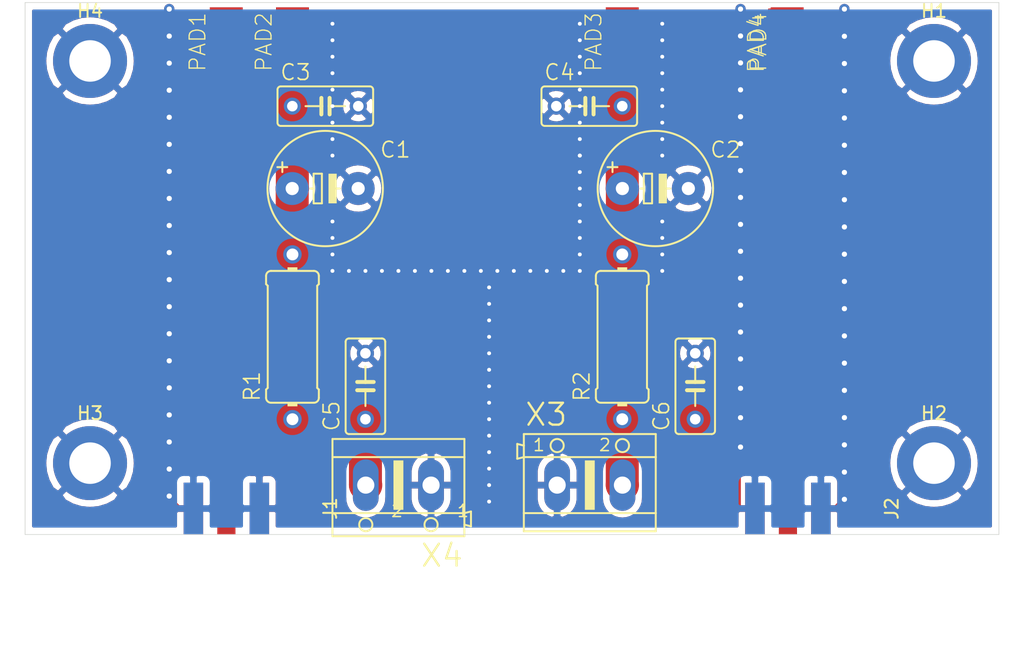
<source format=kicad_pcb>
(kicad_pcb (version 20171130) (host pcbnew "(5.1.5)-3")

  (general
    (thickness 1.6)
    (drawings 5)
    (tracks 157)
    (zones 0)
    (modules 21)
    (nets 8)
  )

  (page A4)
  (layers
    (0 Top signal)
    (31 Bottom signal)
    (32 B.Adhes user)
    (33 F.Adhes user)
    (34 B.Paste user)
    (35 F.Paste user)
    (36 B.SilkS user)
    (37 F.SilkS user)
    (38 B.Mask user)
    (39 F.Mask user)
    (40 Dwgs.User user)
    (41 Cmts.User user)
    (42 Eco1.User user)
    (43 Eco2.User user)
    (44 Edge.Cuts user)
    (45 Margin user)
    (46 B.CrtYd user)
    (47 F.CrtYd user)
    (48 B.Fab user)
    (49 F.Fab user)
  )

  (setup
    (last_trace_width 0.25)
    (user_trace_width 1)
    (user_trace_width 1.5)
    (user_trace_width 2)
    (user_trace_width 2.9)
    (trace_clearance 0.2)
    (zone_clearance 0.508)
    (zone_45_only no)
    (trace_min 0.2)
    (via_size 0.8)
    (via_drill 0.4)
    (via_min_size 0.4)
    (via_min_drill 0.3)
    (uvia_size 0.3)
    (uvia_drill 0.1)
    (uvias_allowed no)
    (uvia_min_size 0.2)
    (uvia_min_drill 0.1)
    (edge_width 0.05)
    (segment_width 0.2)
    (pcb_text_width 0.3)
    (pcb_text_size 1.5 1.5)
    (mod_edge_width 0.12)
    (mod_text_size 1 1)
    (mod_text_width 0.15)
    (pad_size 1.524 1.524)
    (pad_drill 0.762)
    (pad_to_mask_clearance 0.051)
    (solder_mask_min_width 0.25)
    (aux_axis_origin 0 0)
    (visible_elements 7FFFFFFF)
    (pcbplotparams
      (layerselection 0x010fc_ffffffff)
      (usegerberextensions false)
      (usegerberattributes false)
      (usegerberadvancedattributes false)
      (creategerberjobfile false)
      (excludeedgelayer true)
      (linewidth 0.100000)
      (plotframeref false)
      (viasonmask false)
      (mode 1)
      (useauxorigin false)
      (hpglpennumber 1)
      (hpglpenspeed 20)
      (hpglpendiameter 15.000000)
      (psnegative false)
      (psa4output false)
      (plotreference true)
      (plotvalue true)
      (plotinvisibletext false)
      (padsonsilk false)
      (subtractmaskfromsilk false)
      (outputformat 1)
      (mirror false)
      (drillshape 1)
      (scaleselection 1)
      (outputdirectory ""))
  )

  (net 0 "")
  (net 1 GND)
  (net 2 "Net-(C1-Pad+)")
  (net 3 "Net-(C2-Pad+)")
  (net 4 "Net-(C5-Pad1)")
  (net 5 "Net-(C6-Pad1)")
  (net 6 "Net-(J1-Pad1)")
  (net 7 "Net-(J2-Pad1)")

  (net_class Default "Ceci est la Netclass par défaut."
    (clearance 0.2)
    (trace_width 0.25)
    (via_dia 0.8)
    (via_drill 0.4)
    (uvia_dia 0.3)
    (uvia_drill 0.1)
    (add_net GND)
    (add_net "Net-(C1-Pad+)")
    (add_net "Net-(C2-Pad+)")
    (add_net "Net-(C5-Pad1)")
    (add_net "Net-(C6-Pad1)")
    (add_net "Net-(J1-Pad1)")
    (add_net "Net-(J2-Pad1)")
  )

  (module main_new:E5-8,5 (layer Top) (tedit 0) (tstamp 5F566980)
    (at 114.1111 113.8336)
    (descr "<b>ELECTROLYTIC CAPACITOR</b><p>\ngrid 5.08 mm, diameter 8.5 mm")
    (path /F3B28787)
    (fp_text reference C1 (at 4.1402 -2.286) (layer F.SilkS)
      (effects (font (size 1.2065 1.2065) (thickness 0.127)) (justify left bottom))
    )
    (fp_text value 10u (at -2.5146 3.0226) (layer F.Fab)
      (effects (font (size 1.2065 1.2065) (thickness 0.127)) (justify left bottom))
    )
    (fp_poly (pts (xy 0.254 1.143) (xy 0.889 1.143) (xy 0.889 -1.143) (xy 0.254 -1.143)) (layer F.SilkS) (width 0))
    (fp_circle (center 0 0) (end 4.445 0) (layer F.SilkS) (width 0.1524))
    (fp_line (start -1.651 0) (end -1.143 0) (layer F.Fab) (width 0.1524))
    (fp_line (start 1.143 0) (end 1.651 0) (layer F.Fab) (width 0.1524))
    (fp_line (start -3.683 -1.651) (end -2.921 -1.651) (layer F.SilkS) (width 0.1524))
    (fp_line (start -3.302 -2.032) (end -3.302 -1.27) (layer F.SilkS) (width 0.1524))
    (fp_line (start 0.635 0) (end 1.143 0) (layer F.SilkS) (width 0.1524))
    (fp_line (start -0.889 -1.143) (end -0.889 0) (layer F.SilkS) (width 0.1524))
    (fp_line (start -0.254 -1.143) (end -0.889 -1.143) (layer F.SilkS) (width 0.1524))
    (fp_line (start -0.254 1.143) (end -0.254 -1.143) (layer F.SilkS) (width 0.1524))
    (fp_line (start -0.889 1.143) (end -0.254 1.143) (layer F.SilkS) (width 0.1524))
    (fp_line (start -0.889 0) (end -0.889 1.143) (layer F.SilkS) (width 0.1524))
    (fp_line (start -1.143 0) (end -0.889 0) (layer F.SilkS) (width 0.1524))
    (pad - thru_hole circle (at 2.54 0) (size 2.54 2.54) (drill 1.016) (layers *.Cu *.Mask)
      (net 1 GND) (solder_mask_margin 0.1016))
    (pad + thru_hole circle (at -2.54 0) (size 2.54 2.54) (drill 1.016) (layers *.Cu *.Mask)
      (net 2 "Net-(C1-Pad+)") (solder_mask_margin 0.1016))
  )

  (module main_new:E5-8,5 (layer Top) (tedit 0) (tstamp 5F566992)
    (at 139.5411 113.8336)
    (descr "<b>ELECTROLYTIC CAPACITOR</b><p>\ngrid 5.08 mm, diameter 8.5 mm")
    (path /97363537)
    (fp_text reference C2 (at 4.1402 -2.286) (layer F.SilkS)
      (effects (font (size 1.2065 1.2065) (thickness 0.127)) (justify left bottom))
    )
    (fp_text value 10u (at -2.5146 3.0226) (layer F.Fab)
      (effects (font (size 1.2065 1.2065) (thickness 0.127)) (justify left bottom))
    )
    (fp_poly (pts (xy 0.254 1.143) (xy 0.889 1.143) (xy 0.889 -1.143) (xy 0.254 -1.143)) (layer F.SilkS) (width 0))
    (fp_circle (center 0 0) (end 4.445 0) (layer F.SilkS) (width 0.1524))
    (fp_line (start -1.651 0) (end -1.143 0) (layer F.Fab) (width 0.1524))
    (fp_line (start 1.143 0) (end 1.651 0) (layer F.Fab) (width 0.1524))
    (fp_line (start -3.683 -1.651) (end -2.921 -1.651) (layer F.SilkS) (width 0.1524))
    (fp_line (start -3.302 -2.032) (end -3.302 -1.27) (layer F.SilkS) (width 0.1524))
    (fp_line (start 0.635 0) (end 1.143 0) (layer F.SilkS) (width 0.1524))
    (fp_line (start -0.889 -1.143) (end -0.889 0) (layer F.SilkS) (width 0.1524))
    (fp_line (start -0.254 -1.143) (end -0.889 -1.143) (layer F.SilkS) (width 0.1524))
    (fp_line (start -0.254 1.143) (end -0.254 -1.143) (layer F.SilkS) (width 0.1524))
    (fp_line (start -0.889 1.143) (end -0.254 1.143) (layer F.SilkS) (width 0.1524))
    (fp_line (start -0.889 0) (end -0.889 1.143) (layer F.SilkS) (width 0.1524))
    (fp_line (start -1.143 0) (end -0.889 0) (layer F.SilkS) (width 0.1524))
    (pad - thru_hole circle (at 2.54 0) (size 2.54 2.54) (drill 1.016) (layers *.Cu *.Mask)
      (net 1 GND) (solder_mask_margin 0.1016))
    (pad + thru_hole circle (at -2.54 0) (size 2.54 2.54) (drill 1.016) (layers *.Cu *.Mask)
      (net 3 "Net-(C2-Pad+)") (solder_mask_margin 0.1016))
  )

  (module main_new:C050-030X075 (layer Top) (tedit 0) (tstamp 5F5669A4)
    (at 114.1211 107.4836)
    (descr "<b>CAPACITOR</b><p>\ngrid 5 mm, outline 3 x 7.5 mm")
    (path /30898867)
    (fp_text reference C3 (at -3.556 -1.905) (layer F.SilkS)
      (effects (font (size 1.2065 1.2065) (thickness 0.127)) (justify left bottom))
    )
    (fp_text value 15n (at -3.556 3.048) (layer F.Fab)
      (effects (font (size 1.2065 1.2065) (thickness 0.127)) (justify left bottom))
    )
    (fp_arc (start -3.429 -1.27) (end -3.683 -1.27) (angle 90) (layer F.SilkS) (width 0.1524))
    (fp_arc (start -3.429 1.27) (end -3.683 1.27) (angle -90) (layer F.SilkS) (width 0.1524))
    (fp_arc (start 3.429 1.27) (end 3.429 1.524) (angle -90) (layer F.SilkS) (width 0.1524))
    (fp_arc (start 3.429 -1.27) (end 3.429 -1.524) (angle 90) (layer F.SilkS) (width 0.1524))
    (fp_line (start 3.429 -1.524) (end -3.429 -1.524) (layer F.SilkS) (width 0.1524))
    (fp_line (start 3.683 1.27) (end 3.683 -1.27) (layer F.SilkS) (width 0.1524))
    (fp_line (start -3.429 1.524) (end 3.429 1.524) (layer F.SilkS) (width 0.1524))
    (fp_line (start -3.683 -1.27) (end -3.683 1.27) (layer F.SilkS) (width 0.1524))
    (fp_line (start 0.3302 0) (end 1.524 0) (layer F.SilkS) (width 0.1524))
    (fp_line (start 0.3302 0) (end 0.3302 0.635) (layer F.SilkS) (width 0.3048))
    (fp_line (start 0.3302 -0.635) (end 0.3302 0) (layer F.SilkS) (width 0.3048))
    (fp_line (start -0.3048 0) (end -1.524 0) (layer F.SilkS) (width 0.1524))
    (fp_line (start -0.3048 0) (end -0.3048 0.635) (layer F.SilkS) (width 0.3048))
    (fp_line (start -0.3048 -0.635) (end -0.3048 0) (layer F.SilkS) (width 0.3048))
    (pad 2 thru_hole circle (at 2.54 0) (size 1.3208 1.3208) (drill 0.8128) (layers *.Cu *.Mask)
      (net 1 GND) (solder_mask_margin 0.1016))
    (pad 1 thru_hole circle (at -2.54 0) (size 1.3208 1.3208) (drill 0.8128) (layers *.Cu *.Mask)
      (net 2 "Net-(C1-Pad+)") (solder_mask_margin 0.1016))
  )

  (module main_new:C050-030X075 (layer Top) (tedit 0) (tstamp 5F5669B7)
    (at 134.4511 107.4836)
    (descr "<b>CAPACITOR</b><p>\ngrid 5 mm, outline 3 x 7.5 mm")
    (path /BB1807DC)
    (fp_text reference C4 (at -3.556 -1.905) (layer F.SilkS)
      (effects (font (size 1.2065 1.2065) (thickness 0.127)) (justify left bottom))
    )
    (fp_text value 15n (at -3.556 3.048) (layer F.Fab)
      (effects (font (size 1.2065 1.2065) (thickness 0.127)) (justify left bottom))
    )
    (fp_arc (start -3.429 -1.27) (end -3.683 -1.27) (angle 90) (layer F.SilkS) (width 0.1524))
    (fp_arc (start -3.429 1.27) (end -3.683 1.27) (angle -90) (layer F.SilkS) (width 0.1524))
    (fp_arc (start 3.429 1.27) (end 3.429 1.524) (angle -90) (layer F.SilkS) (width 0.1524))
    (fp_arc (start 3.429 -1.27) (end 3.429 -1.524) (angle 90) (layer F.SilkS) (width 0.1524))
    (fp_line (start 3.429 -1.524) (end -3.429 -1.524) (layer F.SilkS) (width 0.1524))
    (fp_line (start 3.683 1.27) (end 3.683 -1.27) (layer F.SilkS) (width 0.1524))
    (fp_line (start -3.429 1.524) (end 3.429 1.524) (layer F.SilkS) (width 0.1524))
    (fp_line (start -3.683 -1.27) (end -3.683 1.27) (layer F.SilkS) (width 0.1524))
    (fp_line (start 0.3302 0) (end 1.524 0) (layer F.SilkS) (width 0.1524))
    (fp_line (start 0.3302 0) (end 0.3302 0.635) (layer F.SilkS) (width 0.3048))
    (fp_line (start 0.3302 -0.635) (end 0.3302 0) (layer F.SilkS) (width 0.3048))
    (fp_line (start -0.3048 0) (end -1.524 0) (layer F.SilkS) (width 0.1524))
    (fp_line (start -0.3048 0) (end -0.3048 0.635) (layer F.SilkS) (width 0.3048))
    (fp_line (start -0.3048 -0.635) (end -0.3048 0) (layer F.SilkS) (width 0.3048))
    (pad 2 thru_hole circle (at 2.54 0) (size 1.3208 1.3208) (drill 0.8128) (layers *.Cu *.Mask)
      (net 3 "Net-(C2-Pad+)") (solder_mask_margin 0.1016))
    (pad 1 thru_hole circle (at -2.54 0) (size 1.3208 1.3208) (drill 0.8128) (layers *.Cu *.Mask)
      (net 1 GND) (solder_mask_margin 0.1016))
  )

  (module main_new:C050-030X075 (layer Top) (tedit 0) (tstamp 5F5669CA)
    (at 117.2111 129.0736 90)
    (descr "<b>CAPACITOR</b><p>\ngrid 5 mm, outline 3 x 7.5 mm")
    (path /931E893A)
    (fp_text reference C5 (at -3.556 -1.905 90) (layer F.SilkS)
      (effects (font (size 1.2065 1.2065) (thickness 0.127)) (justify left bottom))
    )
    (fp_text value 15n (at -3.556 3.048 90) (layer F.Fab)
      (effects (font (size 1.2065 1.2065) (thickness 0.127)) (justify left bottom))
    )
    (fp_arc (start -3.429 -1.27) (end -3.683 -1.27) (angle 90) (layer F.SilkS) (width 0.1524))
    (fp_arc (start -3.429 1.27) (end -3.683 1.27) (angle -90) (layer F.SilkS) (width 0.1524))
    (fp_arc (start 3.429 1.27) (end 3.429 1.524) (angle -90) (layer F.SilkS) (width 0.1524))
    (fp_arc (start 3.429 -1.27) (end 3.429 -1.524) (angle 90) (layer F.SilkS) (width 0.1524))
    (fp_line (start 3.429 -1.524) (end -3.429 -1.524) (layer F.SilkS) (width 0.1524))
    (fp_line (start 3.683 1.27) (end 3.683 -1.27) (layer F.SilkS) (width 0.1524))
    (fp_line (start -3.429 1.524) (end 3.429 1.524) (layer F.SilkS) (width 0.1524))
    (fp_line (start -3.683 -1.27) (end -3.683 1.27) (layer F.SilkS) (width 0.1524))
    (fp_line (start 0.3302 0) (end 1.524 0) (layer F.SilkS) (width 0.1524))
    (fp_line (start 0.3302 0) (end 0.3302 0.635) (layer F.SilkS) (width 0.3048))
    (fp_line (start 0.3302 -0.635) (end 0.3302 0) (layer F.SilkS) (width 0.3048))
    (fp_line (start -0.3048 0) (end -1.524 0) (layer F.SilkS) (width 0.1524))
    (fp_line (start -0.3048 0) (end -0.3048 0.635) (layer F.SilkS) (width 0.3048))
    (fp_line (start -0.3048 -0.635) (end -0.3048 0) (layer F.SilkS) (width 0.3048))
    (pad 2 thru_hole circle (at 2.54 0 90) (size 1.3208 1.3208) (drill 0.8128) (layers *.Cu *.Mask)
      (net 1 GND) (solder_mask_margin 0.1016))
    (pad 1 thru_hole circle (at -2.54 0 90) (size 1.3208 1.3208) (drill 0.8128) (layers *.Cu *.Mask)
      (net 4 "Net-(C5-Pad1)") (solder_mask_margin 0.1016))
  )

  (module main_new:C050-030X075 (layer Top) (tedit 0) (tstamp 5F5669DD)
    (at 142.6111 129.0736 90)
    (descr "<b>CAPACITOR</b><p>\ngrid 5 mm, outline 3 x 7.5 mm")
    (path /3CBFD1C8)
    (fp_text reference C6 (at -3.556 -1.905 90) (layer F.SilkS)
      (effects (font (size 1.2065 1.2065) (thickness 0.127)) (justify left bottom))
    )
    (fp_text value 15n (at -3.556 3.048 90) (layer F.Fab)
      (effects (font (size 1.2065 1.2065) (thickness 0.127)) (justify left bottom))
    )
    (fp_arc (start -3.429 -1.27) (end -3.683 -1.27) (angle 90) (layer F.SilkS) (width 0.1524))
    (fp_arc (start -3.429 1.27) (end -3.683 1.27) (angle -90) (layer F.SilkS) (width 0.1524))
    (fp_arc (start 3.429 1.27) (end 3.429 1.524) (angle -90) (layer F.SilkS) (width 0.1524))
    (fp_arc (start 3.429 -1.27) (end 3.429 -1.524) (angle 90) (layer F.SilkS) (width 0.1524))
    (fp_line (start 3.429 -1.524) (end -3.429 -1.524) (layer F.SilkS) (width 0.1524))
    (fp_line (start 3.683 1.27) (end 3.683 -1.27) (layer F.SilkS) (width 0.1524))
    (fp_line (start -3.429 1.524) (end 3.429 1.524) (layer F.SilkS) (width 0.1524))
    (fp_line (start -3.683 -1.27) (end -3.683 1.27) (layer F.SilkS) (width 0.1524))
    (fp_line (start 0.3302 0) (end 1.524 0) (layer F.SilkS) (width 0.1524))
    (fp_line (start 0.3302 0) (end 0.3302 0.635) (layer F.SilkS) (width 0.3048))
    (fp_line (start 0.3302 -0.635) (end 0.3302 0) (layer F.SilkS) (width 0.3048))
    (fp_line (start -0.3048 0) (end -1.524 0) (layer F.SilkS) (width 0.1524))
    (fp_line (start -0.3048 0) (end -0.3048 0.635) (layer F.SilkS) (width 0.3048))
    (fp_line (start -0.3048 -0.635) (end -0.3048 0) (layer F.SilkS) (width 0.3048))
    (pad 2 thru_hole circle (at 2.54 0 90) (size 1.3208 1.3208) (drill 0.8128) (layers *.Cu *.Mask)
      (net 1 GND) (solder_mask_margin 0.1016))
    (pad 1 thru_hole circle (at -2.54 0 90) (size 1.3208 1.3208) (drill 0.8128) (layers *.Cu *.Mask)
      (net 5 "Net-(C6-Pad1)") (solder_mask_margin 0.1016))
  )

  (module main_new:SMD2,54-5,08 (layer Top) (tedit 0) (tstamp 5F566A24)
    (at 106.4911 102.4036)
    (descr "<b>SMD PAD</b>")
    (path /BDB91568)
    (fp_text reference PAD1 (at -1.5 2.5 90) (layer F.SilkS)
      (effects (font (size 1.2065 1.2065) (thickness 0.1016)) (justify left bottom))
    )
    (fp_text value SMD5 (at 0 0) (layer F.Fab)
      (effects (font (size 0.02413 0.02413) (thickness 0.002032)) (justify left bottom))
    )
    (pad 1 smd rect (at 0 0) (size 2.54 5.08) (layers Top F.Paste F.Mask)
      (net 6 "Net-(J1-Pad1)") (solder_mask_margin 0.1016))
  )

  (module main_new:SMD2,54-5,08 (layer Top) (tedit 0) (tstamp 5F566A28)
    (at 111.5911 102.4036)
    (descr "<b>SMD PAD</b>")
    (path /3C2A47BC)
    (fp_text reference PAD2 (at -1.5 2.5 90) (layer F.SilkS)
      (effects (font (size 1.2065 1.2065) (thickness 0.1016)) (justify left bottom))
    )
    (fp_text value SMD5 (at 0 0) (layer F.Fab)
      (effects (font (size 0.02413 0.02413) (thickness 0.002032)) (justify left bottom))
    )
    (pad 1 smd rect (at 0 0) (size 2.54 5.08) (layers Top F.Paste F.Mask)
      (net 2 "Net-(C1-Pad+)") (solder_mask_margin 0.1016))
  )

  (module main_new:SMD2,54-5,08 (layer Top) (tedit 0) (tstamp 5F566A2C)
    (at 136.9911 102.4036)
    (descr "<b>SMD PAD</b>")
    (path /9A22E34B)
    (fp_text reference PAD3 (at -1.5 2.5 90) (layer F.SilkS)
      (effects (font (size 1.2065 1.2065) (thickness 0.1016)) (justify left bottom))
    )
    (fp_text value SMD5 (at 0 0) (layer F.Fab)
      (effects (font (size 0.02413 0.02413) (thickness 0.002032)) (justify left bottom))
    )
    (pad 1 smd rect (at 0 0) (size 2.54 5.08) (layers Top F.Paste F.Mask)
      (net 3 "Net-(C2-Pad+)") (solder_mask_margin 0.1016))
  )

  (module main_new:SMD2,54-5,08 (layer Top) (tedit 0) (tstamp 5F566A30)
    (at 149.6911 102.4036)
    (descr "<b>SMD PAD</b>")
    (path /5F57BA6F)
    (fp_text reference PAD4 (at -1.5 2.5 90) (layer F.SilkS)
      (effects (font (size 1.2065 1.2065) (thickness 0.1016)) (justify left bottom))
    )
    (fp_text value SMD5 (at 0 0) (layer F.Fab)
      (effects (font (size 0.02413 0.02413) (thickness 0.002032)) (justify left bottom))
    )
    (pad 1 smd rect (at 0 0) (size 2.54 5.08) (layers Top F.Paste F.Mask)
      (net 7 "Net-(J2-Pad1)") (solder_mask_margin 0.1016))
  )

  (module main_new:0411_12 (layer Top) (tedit 0) (tstamp 5F566A34)
    (at 111.5911 125.2636 90)
    (descr "<b>RESISTOR</b><p>\ntype 0411, grid 12.5 mm")
    (path /23FCBBB2)
    (fp_text reference R1 (at -5.08 -2.413 90) (layer F.SilkS)
      (effects (font (size 1.2065 1.2065) (thickness 0.127)) (justify left bottom))
    )
    (fp_text value 8/0.8/5.0 (at -3.5814 0.635 90) (layer F.Fab)
      (effects (font (size 1.2065 1.2065) (thickness 0.127)) (justify left bottom))
    )
    (fp_poly (pts (xy 5.08 0.381) (xy 5.3594 0.381) (xy 5.3594 -0.381) (xy 5.08 -0.381)) (layer F.SilkS) (width 0))
    (fp_poly (pts (xy -5.3594 0.381) (xy -5.08 0.381) (xy -5.08 -0.381) (xy -5.3594 -0.381)) (layer F.SilkS) (width 0))
    (fp_line (start -4.699 2.032) (end -4.064 2.032) (layer F.SilkS) (width 0.1524))
    (fp_line (start -4.699 -2.032) (end -4.064 -2.032) (layer F.SilkS) (width 0.1524))
    (fp_line (start -5.08 -1.651) (end -5.08 1.651) (layer F.SilkS) (width 0.1524))
    (fp_line (start -3.937 1.905) (end 3.937 1.905) (layer F.SilkS) (width 0.1524))
    (fp_line (start -3.937 1.905) (end -4.064 2.032) (layer F.SilkS) (width 0.1524))
    (fp_line (start -3.937 -1.905) (end 3.937 -1.905) (layer F.SilkS) (width 0.1524))
    (fp_line (start -3.937 -1.905) (end -4.064 -2.032) (layer F.SilkS) (width 0.1524))
    (fp_line (start 3.937 1.905) (end 4.064 2.032) (layer F.SilkS) (width 0.1524))
    (fp_line (start 4.699 2.032) (end 4.064 2.032) (layer F.SilkS) (width 0.1524))
    (fp_line (start 3.937 -1.905) (end 4.064 -2.032) (layer F.SilkS) (width 0.1524))
    (fp_line (start 4.699 -2.032) (end 4.064 -2.032) (layer F.SilkS) (width 0.1524))
    (fp_arc (start -4.699 -1.651) (end -5.08 -1.651) (angle 90) (layer F.SilkS) (width 0.1524))
    (fp_arc (start 4.699 1.651) (end 4.699 2.032) (angle -90) (layer F.SilkS) (width 0.1524))
    (fp_arc (start -4.699 1.651) (end -5.08 1.651) (angle -90) (layer F.SilkS) (width 0.1524))
    (fp_arc (start 4.699 -1.651) (end 4.699 -2.032) (angle 90) (layer F.SilkS) (width 0.1524))
    (fp_line (start 5.08 1.651) (end 5.08 -1.651) (layer F.SilkS) (width 0.1524))
    (fp_line (start -6.35 0) (end -5.461 0) (layer F.Fab) (width 0.762))
    (fp_line (start 6.35 0) (end 5.461 0) (layer F.Fab) (width 0.762))
    (pad 2 thru_hole circle (at 6.35 0 90) (size 1.4224 1.4224) (drill 0.9144) (layers *.Cu *.Mask)
      (net 2 "Net-(C1-Pad+)") (solder_mask_margin 0.1016))
    (pad 1 thru_hole circle (at -6.35 0 90) (size 1.4224 1.4224) (drill 0.9144) (layers *.Cu *.Mask)
      (net 4 "Net-(C5-Pad1)") (solder_mask_margin 0.1016))
  )

  (module main_new:0411_12 (layer Top) (tedit 0) (tstamp 5F566A4D)
    (at 136.9911 125.2636 90)
    (descr "<b>RESISTOR</b><p>\ntype 0411, grid 12.5 mm")
    (path /F2C45C0F)
    (fp_text reference R2 (at -5.08 -2.413 90) (layer F.SilkS)
      (effects (font (size 1.2065 1.2065) (thickness 0.127)) (justify left bottom))
    )
    (fp_text value 8/0.8/5.0 (at -3.5814 0.635 90) (layer F.Fab)
      (effects (font (size 1.2065 1.2065) (thickness 0.127)) (justify left bottom))
    )
    (fp_poly (pts (xy 5.08 0.381) (xy 5.3594 0.381) (xy 5.3594 -0.381) (xy 5.08 -0.381)) (layer F.SilkS) (width 0))
    (fp_poly (pts (xy -5.3594 0.381) (xy -5.08 0.381) (xy -5.08 -0.381) (xy -5.3594 -0.381)) (layer F.SilkS) (width 0))
    (fp_line (start -4.699 2.032) (end -4.064 2.032) (layer F.SilkS) (width 0.1524))
    (fp_line (start -4.699 -2.032) (end -4.064 -2.032) (layer F.SilkS) (width 0.1524))
    (fp_line (start -5.08 -1.651) (end -5.08 1.651) (layer F.SilkS) (width 0.1524))
    (fp_line (start -3.937 1.905) (end 3.937 1.905) (layer F.SilkS) (width 0.1524))
    (fp_line (start -3.937 1.905) (end -4.064 2.032) (layer F.SilkS) (width 0.1524))
    (fp_line (start -3.937 -1.905) (end 3.937 -1.905) (layer F.SilkS) (width 0.1524))
    (fp_line (start -3.937 -1.905) (end -4.064 -2.032) (layer F.SilkS) (width 0.1524))
    (fp_line (start 3.937 1.905) (end 4.064 2.032) (layer F.SilkS) (width 0.1524))
    (fp_line (start 4.699 2.032) (end 4.064 2.032) (layer F.SilkS) (width 0.1524))
    (fp_line (start 3.937 -1.905) (end 4.064 -2.032) (layer F.SilkS) (width 0.1524))
    (fp_line (start 4.699 -2.032) (end 4.064 -2.032) (layer F.SilkS) (width 0.1524))
    (fp_arc (start -4.699 -1.651) (end -5.08 -1.651) (angle 90) (layer F.SilkS) (width 0.1524))
    (fp_arc (start 4.699 1.651) (end 4.699 2.032) (angle -90) (layer F.SilkS) (width 0.1524))
    (fp_arc (start -4.699 1.651) (end -5.08 1.651) (angle -90) (layer F.SilkS) (width 0.1524))
    (fp_arc (start 4.699 -1.651) (end 4.699 -2.032) (angle 90) (layer F.SilkS) (width 0.1524))
    (fp_line (start 5.08 1.651) (end 5.08 -1.651) (layer F.SilkS) (width 0.1524))
    (fp_line (start -6.35 0) (end -5.461 0) (layer F.Fab) (width 0.762))
    (fp_line (start 6.35 0) (end 5.461 0) (layer F.Fab) (width 0.762))
    (pad 2 thru_hole circle (at 6.35 0 90) (size 1.4224 1.4224) (drill 0.9144) (layers *.Cu *.Mask)
      (net 3 "Net-(C2-Pad+)") (solder_mask_margin 0.1016))
    (pad 1 thru_hole circle (at -6.35 0 90) (size 1.4224 1.4224) (drill 0.9144) (layers *.Cu *.Mask)
      (net 5 "Net-(C6-Pad1)") (solder_mask_margin 0.1016))
  )

  (module main_new:AK500_2 (layer Top) (tedit 0) (tstamp 5F566AA6)
    (at 134.4911 136.6936)
    (descr <b>CONNECTOR</b>)
    (path /D0EFEB30)
    (fp_text reference X3 (at -5.08 -4.445) (layer F.SilkS)
      (effects (font (size 1.6891 1.6891) (thickness 0.1778)) (justify left bottom))
    )
    (fp_text value AK500_2 (at -5.08 5.715) (layer F.Fab)
      (effects (font (size 1.6891 1.6891) (thickness 0.1778)) (justify left bottom))
    )
    (fp_poly (pts (xy -0.381 1.905) (xy 0.381 1.905) (xy 0.381 -1.905) (xy -0.381 -1.905)) (layer F.SilkS) (width 0))
    (fp_text user 2 (at 0.635 -2.54) (layer F.SilkS)
      (effects (font (size 0.94107 0.94107) (thickness 0.118872)) (justify left bottom))
    )
    (fp_text user 1 (at -4.445 -2.54) (layer F.SilkS)
      (effects (font (size 0.94107 0.94107) (thickness 0.118872)) (justify left bottom))
    )
    (fp_circle (center -2.5146 0) (end -0.7366 0) (layer F.Fab) (width 0.1524))
    (fp_circle (center 2.5146 0) (end 4.2926 0) (layer F.Fab) (width 0.1524))
    (fp_circle (center -2.5146 -3.048) (end -2.0066 -3.048) (layer F.SilkS) (width 0.1524))
    (fp_circle (center 2.5146 -3.048) (end 3.0226 -3.048) (layer F.SilkS) (width 0.1524))
    (fp_line (start -1.4986 -1.397) (end -1.1176 -1.016) (layer F.Fab) (width 0.1524))
    (fp_line (start -3.9116 1.016) (end -3.5306 1.397) (layer F.Fab) (width 0.1524))
    (fp_line (start 3.5306 -1.397) (end 3.9116 -1.016) (layer F.Fab) (width 0.1524))
    (fp_line (start 1.1176 1.016) (end 1.4986 1.397) (layer F.Fab) (width 0.1524))
    (fp_line (start -3.5306 1.016) (end -1.4986 -1.016) (layer F.Fab) (width 0.6096))
    (fp_line (start 1.4986 1.016) (end 3.5306 -1.016) (layer F.Fab) (width 0.6096))
    (fp_line (start -3.5306 1.397) (end -1.1176 -1.016) (layer F.Fab) (width 0.1524))
    (fp_line (start -3.9116 1.016) (end -1.4986 -1.397) (layer F.Fab) (width 0.1524))
    (fp_line (start 1.1176 1.016) (end 3.5306 -1.397) (layer F.Fab) (width 0.1524))
    (fp_line (start 1.4986 1.397) (end 3.9116 -1.016) (layer F.Fab) (width 0.1524))
    (fp_line (start 5.08 2.159) (end 5.08 3.556) (layer F.SilkS) (width 0.1524))
    (fp_line (start -5.08 2.159) (end -5.08 -2.159) (layer F.SilkS) (width 0.1524))
    (fp_line (start -5.08 2.159) (end 5.08 2.159) (layer F.SilkS) (width 0.1524))
    (fp_line (start 5.08 -2.159) (end 5.08 2.159) (layer F.SilkS) (width 0.1524))
    (fp_line (start -5.08 -2.159) (end 5.08 -2.159) (layer F.SilkS) (width 0.1524))
    (fp_line (start -5.08 -2.159) (end -5.08 -3.048) (layer F.SilkS) (width 0.1524))
    (fp_line (start -5.588 -2.032) (end -5.08 -2.159) (layer F.SilkS) (width 0.1524))
    (fp_line (start -5.588 -3.175) (end -5.588 -2.032) (layer F.SilkS) (width 0.1524))
    (fp_line (start -5.08 -3.048) (end -5.08 -3.937) (layer F.SilkS) (width 0.1524))
    (fp_line (start -5.08 -3.048) (end -5.588 -3.175) (layer F.SilkS) (width 0.1524))
    (fp_line (start -5.08 3.556) (end 5.08 3.556) (layer F.SilkS) (width 0.1524))
    (fp_line (start 5.08 -3.937) (end 5.08 -2.159) (layer F.SilkS) (width 0.1524))
    (fp_line (start 5.08 -3.937) (end -5.08 -3.937) (layer F.SilkS) (width 0.1524))
    (fp_line (start -5.08 3.556) (end -5.08 2.159) (layer F.SilkS) (width 0.1524))
    (pad 2 thru_hole oval (at 2.5146 0 90) (size 3.9624 1.9812) (drill 1.3208) (layers *.Cu *.Mask)
      (net 5 "Net-(C6-Pad1)") (solder_mask_margin 0.1016))
    (pad 1 thru_hole oval (at -2.5146 0 90) (size 3.9624 1.9812) (drill 1.3208) (layers *.Cu *.Mask)
      (net 1 GND) (solder_mask_margin 0.1016))
  )

  (module main_new:AK500_2 (layer Top) (tedit 0) (tstamp 5F566ACA)
    (at 119.7511 136.6936 180)
    (descr <b>CONNECTOR</b>)
    (path /38D8100C)
    (fp_text reference X4 (at -5.08 -4.445 180) (layer F.SilkS)
      (effects (font (size 1.6891 1.6891) (thickness 0.1778)) (justify right top))
    )
    (fp_text value AK500_2 (at -5.08 5.715 180) (layer F.Fab)
      (effects (font (size 1.6891 1.6891) (thickness 0.1778)) (justify right top))
    )
    (fp_poly (pts (xy -0.381 1.905) (xy 0.381 1.905) (xy 0.381 -1.905) (xy -0.381 -1.905)) (layer F.SilkS) (width 0))
    (fp_text user 2 (at 0.635 -2.54 180) (layer F.SilkS)
      (effects (font (size 0.94107 0.94107) (thickness 0.118872)) (justify left bottom))
    )
    (fp_text user 1 (at -4.445 -2.54 180) (layer F.SilkS)
      (effects (font (size 0.94107 0.94107) (thickness 0.118872)) (justify left bottom))
    )
    (fp_circle (center -2.5146 0) (end -0.7366 0) (layer F.Fab) (width 0.1524))
    (fp_circle (center 2.5146 0) (end 4.2926 0) (layer F.Fab) (width 0.1524))
    (fp_circle (center -2.5146 -3.048) (end -2.0066 -3.048) (layer F.SilkS) (width 0.1524))
    (fp_circle (center 2.5146 -3.048) (end 3.0226 -3.048) (layer F.SilkS) (width 0.1524))
    (fp_line (start -1.4986 -1.397) (end -1.1176 -1.016) (layer F.Fab) (width 0.1524))
    (fp_line (start -3.9116 1.016) (end -3.5306 1.397) (layer F.Fab) (width 0.1524))
    (fp_line (start 3.5306 -1.397) (end 3.9116 -1.016) (layer F.Fab) (width 0.1524))
    (fp_line (start 1.1176 1.016) (end 1.4986 1.397) (layer F.Fab) (width 0.1524))
    (fp_line (start -3.5306 1.016) (end -1.4986 -1.016) (layer F.Fab) (width 0.6096))
    (fp_line (start 1.4986 1.016) (end 3.5306 -1.016) (layer F.Fab) (width 0.6096))
    (fp_line (start -3.5306 1.397) (end -1.1176 -1.016) (layer F.Fab) (width 0.1524))
    (fp_line (start -3.9116 1.016) (end -1.4986 -1.397) (layer F.Fab) (width 0.1524))
    (fp_line (start 1.1176 1.016) (end 3.5306 -1.397) (layer F.Fab) (width 0.1524))
    (fp_line (start 1.4986 1.397) (end 3.9116 -1.016) (layer F.Fab) (width 0.1524))
    (fp_line (start 5.08 2.159) (end 5.08 3.556) (layer F.SilkS) (width 0.1524))
    (fp_line (start -5.08 2.159) (end -5.08 -2.159) (layer F.SilkS) (width 0.1524))
    (fp_line (start -5.08 2.159) (end 5.08 2.159) (layer F.SilkS) (width 0.1524))
    (fp_line (start 5.08 -2.159) (end 5.08 2.159) (layer F.SilkS) (width 0.1524))
    (fp_line (start -5.08 -2.159) (end 5.08 -2.159) (layer F.SilkS) (width 0.1524))
    (fp_line (start -5.08 -2.159) (end -5.08 -3.048) (layer F.SilkS) (width 0.1524))
    (fp_line (start -5.588 -2.032) (end -5.08 -2.159) (layer F.SilkS) (width 0.1524))
    (fp_line (start -5.588 -3.175) (end -5.588 -2.032) (layer F.SilkS) (width 0.1524))
    (fp_line (start -5.08 -3.048) (end -5.08 -3.937) (layer F.SilkS) (width 0.1524))
    (fp_line (start -5.08 -3.048) (end -5.588 -3.175) (layer F.SilkS) (width 0.1524))
    (fp_line (start -5.08 3.556) (end 5.08 3.556) (layer F.SilkS) (width 0.1524))
    (fp_line (start 5.08 -3.937) (end 5.08 -2.159) (layer F.SilkS) (width 0.1524))
    (fp_line (start 5.08 -3.937) (end -5.08 -3.937) (layer F.SilkS) (width 0.1524))
    (fp_line (start -5.08 3.556) (end -5.08 2.159) (layer F.SilkS) (width 0.1524))
    (pad 2 thru_hole oval (at 2.5146 0 270) (size 3.9624 1.9812) (drill 1.3208) (layers *.Cu *.Mask)
      (net 4 "Net-(C5-Pad1)") (solder_mask_margin 0.1016))
    (pad 1 thru_hole oval (at -2.5146 0 270) (size 3.9624 1.9812) (drill 1.3208) (layers *.Cu *.Mask)
      (net 1 GND) (solder_mask_margin 0.1016))
  )

  (module main_new:SMD2,54-5,08 (layer Top) (tedit 0) (tstamp 5F568CB7)
    (at 149.5 102.5)
    (descr "<b>SMD PAD</b>")
    (path /5F57BA6F)
    (fp_text reference PAD4 (at -1.5 2.5 90) (layer F.SilkS)
      (effects (font (size 1.2065 1.2065) (thickness 0.1016)) (justify left bottom))
    )
    (fp_text value SMD5 (at 0 0) (layer F.Fab)
      (effects (font (size 0.02413 0.02413) (thickness 0.002032)) (justify left bottom))
    )
    (pad 1 smd rect (at 0 0) (size 2.54 5.08) (layers Top F.Paste F.Mask)
      (net 7 "Net-(J2-Pad1)") (solder_mask_margin 0.1016))
  )

  (module SMA_PINS:SMA_EDGE_NRW (layer Top) (tedit 59AC0E7F) (tstamp 5F568FEC)
    (at 106.5 138.5 270)
    (path /5F574163)
    (fp_text reference J1 (at 0 -8 90) (layer F.SilkS)
      (effects (font (size 1 1) (thickness 0.15)))
    )
    (fp_text value Conn_Coaxial (at 1 -6.5 90) (layer F.Fab) hide
      (effects (font (size 1 1) (thickness 0.15)))
    )
    (fp_line (start 6.5 -2.5) (end 6 2.5) (layer Dwgs.User) (width 0.15))
    (fp_line (start 7.5 -2.5) (end 7 2.5) (layer Dwgs.User) (width 0.15))
    (fp_line (start 8.5 -2.5) (end 8 2.5) (layer Dwgs.User) (width 0.15))
    (fp_line (start 9.5 -2.5) (end 9 2.5) (layer Dwgs.User) (width 0.15))
    (fp_line (start 10.5 -2.5) (end 10 2.5) (layer Dwgs.User) (width 0.15))
    (fp_line (start 6 2.5) (end 10.5 2.5) (layer Dwgs.User) (width 0.15))
    (fp_line (start 6 -2.5) (end 10.5 -2.5) (layer Dwgs.User) (width 0.15))
    (fp_line (start 6 3) (end 10.5 3) (layer Dwgs.User) (width 0.15))
    (fp_line (start 6 3) (end 6 2.5) (layer Dwgs.User) (width 0.15))
    (fp_line (start 7 2.5) (end 4 2.5) (layer Dwgs.User) (width 0.15))
    (fp_line (start 10.5 -3) (end 6 -3) (layer Dwgs.User) (width 0.15))
    (fp_line (start 7 -2.5) (end 4 -2.5) (layer Dwgs.User) (width 0.15))
    (fp_line (start 6 -3) (end 6 -2.5) (layer Dwgs.User) (width 0.15))
    (fp_line (start 11 -2.5) (end 11 2.5) (layer Dwgs.User) (width 0.15))
    (fp_line (start 11 2.5) (end 10.5 2.5) (layer Dwgs.User) (width 0.15))
    (fp_line (start 10.5 2.5) (end 10.5 3) (layer Dwgs.User) (width 0.15))
    (fp_line (start 11 -2.5) (end 10.5 -2.5) (layer Dwgs.User) (width 0.15))
    (fp_line (start 10.5 -2.5) (end 10.5 -3) (layer Dwgs.User) (width 0.15))
    (fp_line (start 3 -0.5) (end -1 -0.5) (layer Dwgs.User) (width 0.15))
    (fp_line (start -1 -0.5) (end -1 0.5) (layer Dwgs.User) (width 0.15))
    (fp_line (start -1 0.5) (end 3 0.5) (layer Dwgs.User) (width 0.15))
    (fp_line (start -1 -3) (end -1 -2) (layer Dwgs.User) (width 0.15))
    (fp_line (start -1 -2) (end 3 -2) (layer Dwgs.User) (width 0.15))
    (fp_line (start 3 -2) (end 3 2) (layer Dwgs.User) (width 0.15))
    (fp_line (start 3 2) (end -1 2) (layer Dwgs.User) (width 0.15))
    (fp_line (start -1 2) (end -1 3) (layer Dwgs.User) (width 0.15))
    (fp_line (start -1 3) (end 4 3) (layer Dwgs.User) (width 0.15))
    (fp_line (start 4 3) (end 4 -3) (layer Dwgs.User) (width 0.15))
    (fp_line (start -1 -3) (end 4 -3) (layer Dwgs.User) (width 0.15))
    (pad 1 smd rect (at 0 0 270) (size 4 1.4) (layers Top F.Paste F.Mask)
      (net 6 "Net-(J1-Pad1)"))
    (pad 2 smd rect (at 0 -2.54 270) (size 4 1.5) (layers Top F.Paste F.Mask)
      (net 1 GND))
    (pad 2 smd rect (at 0 2.54 270) (size 4 1.5) (layers Top F.Paste F.Mask)
      (net 1 GND))
    (pad 2 smd rect (at 0 -2.54 270) (size 4 1.5) (layers Bottom B.Paste B.Mask)
      (net 1 GND))
    (pad 2 smd rect (at 0 2.54 270) (size 4 1.5) (layers Bottom B.Paste B.Mask)
      (net 1 GND))
    (model ${KIPRJMOD}/Lib/SMA_PINS.pretty/packages3d/SMA_Edge.wrl
      (offset (xyz -5.5 -6.3 -2.7))
      (scale (xyz 0.4 0.4 0.4))
      (rotate (xyz 90 180 90))
    )
  )

  (module SMA_PINS:SMA_EDGE_NRW (layer Top) (tedit 59AC0E7F) (tstamp 5F569012)
    (at 149.75 138.5 270)
    (path /5F57BA79)
    (fp_text reference J2 (at 0 -8 90) (layer F.SilkS)
      (effects (font (size 1 1) (thickness 0.15)))
    )
    (fp_text value Conn_Coaxial (at 1 -6.5 90) (layer F.Fab) hide
      (effects (font (size 1 1) (thickness 0.15)))
    )
    (fp_line (start -1 -3) (end 4 -3) (layer Dwgs.User) (width 0.15))
    (fp_line (start 4 3) (end 4 -3) (layer Dwgs.User) (width 0.15))
    (fp_line (start -1 3) (end 4 3) (layer Dwgs.User) (width 0.15))
    (fp_line (start -1 2) (end -1 3) (layer Dwgs.User) (width 0.15))
    (fp_line (start 3 2) (end -1 2) (layer Dwgs.User) (width 0.15))
    (fp_line (start 3 -2) (end 3 2) (layer Dwgs.User) (width 0.15))
    (fp_line (start -1 -2) (end 3 -2) (layer Dwgs.User) (width 0.15))
    (fp_line (start -1 -3) (end -1 -2) (layer Dwgs.User) (width 0.15))
    (fp_line (start -1 0.5) (end 3 0.5) (layer Dwgs.User) (width 0.15))
    (fp_line (start -1 -0.5) (end -1 0.5) (layer Dwgs.User) (width 0.15))
    (fp_line (start 3 -0.5) (end -1 -0.5) (layer Dwgs.User) (width 0.15))
    (fp_line (start 10.5 -2.5) (end 10.5 -3) (layer Dwgs.User) (width 0.15))
    (fp_line (start 11 -2.5) (end 10.5 -2.5) (layer Dwgs.User) (width 0.15))
    (fp_line (start 10.5 2.5) (end 10.5 3) (layer Dwgs.User) (width 0.15))
    (fp_line (start 11 2.5) (end 10.5 2.5) (layer Dwgs.User) (width 0.15))
    (fp_line (start 11 -2.5) (end 11 2.5) (layer Dwgs.User) (width 0.15))
    (fp_line (start 6 -3) (end 6 -2.5) (layer Dwgs.User) (width 0.15))
    (fp_line (start 7 -2.5) (end 4 -2.5) (layer Dwgs.User) (width 0.15))
    (fp_line (start 10.5 -3) (end 6 -3) (layer Dwgs.User) (width 0.15))
    (fp_line (start 7 2.5) (end 4 2.5) (layer Dwgs.User) (width 0.15))
    (fp_line (start 6 3) (end 6 2.5) (layer Dwgs.User) (width 0.15))
    (fp_line (start 6 3) (end 10.5 3) (layer Dwgs.User) (width 0.15))
    (fp_line (start 6 -2.5) (end 10.5 -2.5) (layer Dwgs.User) (width 0.15))
    (fp_line (start 6 2.5) (end 10.5 2.5) (layer Dwgs.User) (width 0.15))
    (fp_line (start 10.5 -2.5) (end 10 2.5) (layer Dwgs.User) (width 0.15))
    (fp_line (start 9.5 -2.5) (end 9 2.5) (layer Dwgs.User) (width 0.15))
    (fp_line (start 8.5 -2.5) (end 8 2.5) (layer Dwgs.User) (width 0.15))
    (fp_line (start 7.5 -2.5) (end 7 2.5) (layer Dwgs.User) (width 0.15))
    (fp_line (start 6.5 -2.5) (end 6 2.5) (layer Dwgs.User) (width 0.15))
    (pad 2 smd rect (at 0 2.54 270) (size 4 1.5) (layers Bottom B.Paste B.Mask)
      (net 1 GND))
    (pad 2 smd rect (at 0 -2.54 270) (size 4 1.5) (layers Bottom B.Paste B.Mask)
      (net 1 GND))
    (pad 2 smd rect (at 0 2.54 270) (size 4 1.5) (layers Top F.Paste F.Mask)
      (net 1 GND))
    (pad 2 smd rect (at 0 -2.54 270) (size 4 1.5) (layers Top F.Paste F.Mask)
      (net 1 GND))
    (pad 1 smd rect (at 0 0 270) (size 4 1.4) (layers Top F.Paste F.Mask)
      (net 7 "Net-(J2-Pad1)"))
    (model ${KIPRJMOD}/Lib/SMA_PINS.pretty/packages3d/SMA_Edge.wrl
      (offset (xyz -5 -6 -2.7))
      (scale (xyz 0.4 0.4 0.4))
      (rotate (xyz 90 180 90))
    )
  )

  (module MountingHole:MountingHole_3.2mm_M3_ISO7380_Pad (layer Top) (tedit 56D1B4CB) (tstamp 5F569983)
    (at 161 104)
    (descr "Mounting Hole 3.2mm, M3, ISO7380")
    (tags "mounting hole 3.2mm m3 iso7380")
    (path /5F56C423)
    (attr virtual)
    (fp_text reference H1 (at 0 -3.85) (layer F.SilkS)
      (effects (font (size 1 1) (thickness 0.15)))
    )
    (fp_text value MountingHole_Pad (at 0 3.85) (layer F.Fab)
      (effects (font (size 1 1) (thickness 0.15)))
    )
    (fp_circle (center 0 0) (end 3.1 0) (layer F.CrtYd) (width 0.05))
    (fp_circle (center 0 0) (end 2.85 0) (layer Cmts.User) (width 0.15))
    (fp_text user %R (at 0.3 0) (layer F.Fab)
      (effects (font (size 1 1) (thickness 0.15)))
    )
    (pad 1 thru_hole circle (at 0 0) (size 5.7 5.7) (drill 3.2) (layers *.Cu *.Mask)
      (net 1 GND))
  )

  (module MountingHole:MountingHole_3.2mm_M3_ISO7380_Pad (layer Top) (tedit 56D1B4CB) (tstamp 5F56998A)
    (at 161 135)
    (descr "Mounting Hole 3.2mm, M3, ISO7380")
    (tags "mounting hole 3.2mm m3 iso7380")
    (path /5F56D0E3)
    (attr virtual)
    (fp_text reference H2 (at 0 -3.85) (layer F.SilkS)
      (effects (font (size 1 1) (thickness 0.15)))
    )
    (fp_text value MountingHole_Pad (at 0 3.85) (layer F.Fab)
      (effects (font (size 1 1) (thickness 0.15)))
    )
    (fp_text user %R (at 0.3 0) (layer F.Fab)
      (effects (font (size 1 1) (thickness 0.15)))
    )
    (fp_circle (center 0 0) (end 2.85 0) (layer Cmts.User) (width 0.15))
    (fp_circle (center 0 0) (end 3.1 0) (layer F.CrtYd) (width 0.05))
    (pad 1 thru_hole circle (at 0 0) (size 5.7 5.7) (drill 3.2) (layers *.Cu *.Mask)
      (net 1 GND))
  )

  (module MountingHole:MountingHole_3.2mm_M3_ISO7380_Pad (layer Top) (tedit 56D1B4CB) (tstamp 5F569991)
    (at 96 135)
    (descr "Mounting Hole 3.2mm, M3, ISO7380")
    (tags "mounting hole 3.2mm m3 iso7380")
    (path /5F56DE8C)
    (attr virtual)
    (fp_text reference H3 (at 0 -3.85) (layer F.SilkS)
      (effects (font (size 1 1) (thickness 0.15)))
    )
    (fp_text value MountingHole_Pad (at 0 3.85) (layer F.Fab)
      (effects (font (size 1 1) (thickness 0.15)))
    )
    (fp_circle (center 0 0) (end 3.1 0) (layer F.CrtYd) (width 0.05))
    (fp_circle (center 0 0) (end 2.85 0) (layer Cmts.User) (width 0.15))
    (fp_text user %R (at 0.3 0) (layer F.Fab)
      (effects (font (size 1 1) (thickness 0.15)))
    )
    (pad 1 thru_hole circle (at 0 0) (size 5.7 5.7) (drill 3.2) (layers *.Cu *.Mask)
      (net 1 GND))
  )

  (module MountingHole:MountingHole_3.2mm_M3_ISO7380_Pad (layer Top) (tedit 56D1B4CB) (tstamp 5F569998)
    (at 96 104)
    (descr "Mounting Hole 3.2mm, M3, ISO7380")
    (tags "mounting hole 3.2mm m3 iso7380")
    (path /5F56A446)
    (attr virtual)
    (fp_text reference H4 (at 0 -3.85) (layer F.SilkS)
      (effects (font (size 1 1) (thickness 0.15)))
    )
    (fp_text value MountingHole_Pad (at 0 3.85) (layer F.Fab)
      (effects (font (size 1 1) (thickness 0.15)))
    )
    (fp_text user %R (at 0.3 0) (layer F.Fab)
      (effects (font (size 1 1) (thickness 0.15)))
    )
    (fp_circle (center 0 0) (end 2.85 0) (layer Cmts.User) (width 0.15))
    (fp_circle (center 0 0) (end 3.1 0) (layer F.CrtYd) (width 0.05))
    (pad 1 thru_hole circle (at 0 0) (size 5.7 5.7) (drill 3.2) (layers *.Cu *.Mask)
      (net 1 GND))
  )

  (gr_line (start 166 140.5) (end 91 140.5) (layer Edge.Cuts) (width 0.05) (tstamp 5F5689DC))
  (gr_line (start 166 99.5) (end 166 140.5) (layer Edge.Cuts) (width 0.05))
  (gr_line (start 91 99.5) (end 166 99.5) (layer Edge.Cuts) (width 0.05))
  (gr_line (start 91 140.5) (end 91 99.5) (layer Edge.Cuts) (width 0.05))
  (gr_text PA_BOARD_1.1 (at 102.4311 110.0236 90) (layer F.Fab) (tstamp 201DC110)
    (effects (font (size 1.6891 1.6891) (thickness 0.14224)) (justify right top))
  )

  (via (at 146.1 133.761265) (size 0.8) (drill 0.4) (layers Top Bottom) (net 1) (tstamp 37))
  (via (at 146.1 131.496898) (size 0.8) (drill 0.4) (layers Top Bottom) (net 1) (tstamp 37))
  (via (at 146.1 129.232531) (size 0.8) (drill 0.4) (layers Top Bottom) (net 1) (tstamp 37))
  (via (at 146.1 124.893689) (size 0.8) (drill 0.4) (layers Top Bottom) (net 1) (tstamp 37))
  (via (at 146.1 122.819215) (size 0.8) (drill 0.4) (layers Top Bottom) (net 1) (tstamp 37))
  (via (at 146.1 120.744741) (size 0.8) (drill 0.4) (layers Top Bottom) (net 1) (tstamp 37))
  (via (at 146.1 118.670267) (size 0.8) (drill 0.4) (layers Top Bottom) (net 1) (tstamp 37))
  (via (at 146.1 116.595793) (size 0.8) (drill 0.4) (layers Top Bottom) (net 1) (tstamp 37))
  (via (at 146.1 114.521319) (size 0.8) (drill 0.4) (layers Top Bottom) (net 1) (tstamp 37))
  (via (at 146.1 112.446844) (size 0.8) (drill 0.4) (layers Top Bottom) (net 1) (tstamp 37))
  (via (at 146.1 110.37237) (size 0.8) (drill 0.4) (layers Top Bottom) (net 1) (tstamp 37))
  (via (at 146.1 108.297896) (size 0.8) (drill 0.4) (layers Top Bottom) (net 1) (tstamp 37))
  (via (at 146.1 106.223422) (size 0.8) (drill 0.4) (layers Top Bottom) (net 1) (tstamp 37))
  (via (at 146.1 104.148948) (size 0.8) (drill 0.4) (layers Top Bottom) (net 1) (tstamp 37))
  (via (at 146.1 102.074474) (size 0.8) (drill 0.4) (layers Top Bottom) (net 1) (tstamp 37))
  (via (at 146.1 126.968164) (size 0.8) (drill 0.4) (layers Top Bottom) (net 1) (tstamp 37))
  (via (at 146.1 100) (size 0.8) (drill 0.4) (layers Top Bottom) (net 1) (tstamp 37))
  (via (at 154.1 135.690555) (size 0.8) (drill 0.4) (layers Top Bottom) (net 1) (tstamp 37))
  (via (at 154.1 133.591111) (size 0.8) (drill 0.4) (layers Top Bottom) (net 1) (tstamp 37))
  (via (at 154.1 131.491666) (size 0.8) (drill 0.4) (layers Top Bottom) (net 1) (tstamp 37))
  (via (at 154.1 129.392222) (size 0.8) (drill 0.4) (layers Top Bottom) (net 1) (tstamp 37))
  (via (at 154.1 127.292777) (size 0.8) (drill 0.4) (layers Top Bottom) (net 1) (tstamp 37))
  (via (at 154.1 125.193333) (size 0.8) (drill 0.4) (layers Top Bottom) (net 1) (tstamp 37))
  (via (at 154.1 123.093888) (size 0.8) (drill 0.4) (layers Top Bottom) (net 1) (tstamp 37))
  (via (at 154.1 120.994444) (size 0.8) (drill 0.4) (layers Top Bottom) (net 1) (tstamp 37))
  (via (at 154.1 118.895) (size 0.8) (drill 0.4) (layers Top Bottom) (net 1) (tstamp 37))
  (via (at 154.1 116.795555) (size 0.8) (drill 0.4) (layers Top Bottom) (net 1) (tstamp 37))
  (via (at 154.1 114.696111) (size 0.8) (drill 0.4) (layers Top Bottom) (net 1) (tstamp 37))
  (via (at 154.1 112.596666) (size 0.8) (drill 0.4) (layers Top Bottom) (net 1) (tstamp 37))
  (via (at 154.1 110.497222) (size 0.8) (drill 0.4) (layers Top Bottom) (net 1) (tstamp 37))
  (via (at 154.1 108.397777) (size 0.8) (drill 0.4) (layers Top Bottom) (net 1) (tstamp 37))
  (via (at 154.1 106.298333) (size 0.8) (drill 0.4) (layers Top Bottom) (net 1) (tstamp 37))
  (via (at 154.1 104.198888) (size 0.8) (drill 0.4) (layers Top Bottom) (net 1) (tstamp 37))
  (via (at 154.1 102.099444) (size 0.8) (drill 0.4) (layers Top Bottom) (net 1) (tstamp 37))
  (via (at 154.1 137.79) (size 0.8) (drill 0.4) (layers Top Bottom) (net 1) (tstamp 37))
  (via (at 154.1 100) (size 0.8) (drill 0.4) (layers Top Bottom) (net 1) (tstamp 37))
  (via (at 102.1 135.454444) (size 0.8) (drill 0.4) (layers Top Bottom) (net 1) (tstamp 37))
  (via (at 102.1 133.368888) (size 0.8) (drill 0.4) (layers Top Bottom) (net 1) (tstamp 37))
  (via (at 102.1 131.283333) (size 0.8) (drill 0.4) (layers Top Bottom) (net 1) (tstamp 37))
  (via (at 102.1 129.197777) (size 0.8) (drill 0.4) (layers Top Bottom) (net 1) (tstamp 37))
  (via (at 102.1 127.112222) (size 0.8) (drill 0.4) (layers Top Bottom) (net 1) (tstamp 37))
  (via (at 102.1 125.026666) (size 0.8) (drill 0.4) (layers Top Bottom) (net 1) (tstamp 37))
  (via (at 102.1 122.941111) (size 0.8) (drill 0.4) (layers Top Bottom) (net 1) (tstamp 37))
  (via (at 102.1 120.855555) (size 0.8) (drill 0.4) (layers Top Bottom) (net 1) (tstamp 37))
  (via (at 102.1 118.77) (size 0.8) (drill 0.4) (layers Top Bottom) (net 1) (tstamp 37))
  (via (at 102.1 116.684444) (size 0.8) (drill 0.4) (layers Top Bottom) (net 1) (tstamp 37))
  (via (at 102.1 114.598888) (size 0.8) (drill 0.4) (layers Top Bottom) (net 1) (tstamp 37))
  (via (at 102.1 112.513333) (size 0.8) (drill 0.4) (layers Top Bottom) (net 1) (tstamp 37))
  (via (at 102.1 110.427777) (size 0.8) (drill 0.4) (layers Top Bottom) (net 1) (tstamp 37))
  (via (at 102.1 108.342222) (size 0.8) (drill 0.4) (layers Top Bottom) (net 1) (tstamp 37))
  (via (at 102.1 106.256666) (size 0.8) (drill 0.4) (layers Top Bottom) (net 1) (tstamp 37))
  (via (at 102.1 104.171111) (size 0.8) (drill 0.4) (layers Top Bottom) (net 1) (tstamp 37))
  (via (at 102.1 102.085555) (size 0.8) (drill 0.4) (layers Top Bottom) (net 1) (tstamp 37))
  (via (at 102.1 137.54) (size 0.8) (drill 0.4) (layers Top Bottom) (net 1) (tstamp 37))
  (via (at 102.1 100) (size 0.8) (drill 0.4) (layers Top Bottom) (net 1) (tstamp 37))
  (via (at 114.6711 104.9436) (size 0.7064) (drill 0.3) (layers Top Bottom) (net 1) (tstamp 7634450))
  (via (at 114.6711 102.4036) (size 0.7064) (drill 0.3) (layers Top Bottom) (net 1) (tstamp 7635AD0))
  (via (at 133.7211 102.4036) (size 0.7064) (drill 0.3) (layers Top Bottom) (net 1) (tstamp 7635C10))
  (via (at 133.7211 104.9436) (size 0.7064) (drill 0.3) (layers Top Bottom) (net 1) (tstamp 7635CB0))
  (via (at 140.0711 102.4036) (size 0.7064) (drill 0.3) (layers Top Bottom) (net 1) (tstamp 7635DF0))
  (via (at 140.0711 104.9436) (size 0.7064) (drill 0.3) (layers Top Bottom) (net 1) (tstamp 7633CD0))
  (via (at 114.6711 101.1336) (size 0.7064) (drill 0.3) (layers Top Bottom) (net 1) (tstamp 7636430))
  (via (at 114.6711 103.6736) (size 0.7064) (drill 0.3) (layers Top Bottom) (net 1) (tstamp 7637E70))
  (via (at 133.7211 103.6736) (size 0.7064) (drill 0.3) (layers Top Bottom) (net 1) (tstamp 7636890))
  (via (at 140.0711 106.2136) (size 0.7064) (drill 0.3) (layers Top Bottom) (net 1) (tstamp 7637010))
  (via (at 140.0711 103.6736) (size 0.7064) (drill 0.3) (layers Top Bottom) (net 1) (tstamp 76376F0))
  (via (at 140.0711 101.1336) (size 0.7064) (drill 0.3) (layers Top Bottom) (net 1) (tstamp 7637FB0))
  (via (at 133.7211 101.1336) (size 0.7064) (drill 0.3) (layers Top Bottom) (net 1) (tstamp 7638050))
  (via (at 133.7211 111.2936) (size 0.7064) (drill 0.3) (layers Top Bottom) (net 1) (tstamp 76380F0))
  (via (at 114.6711 110.0236) (size 0.7064) (drill 0.3) (layers Top Bottom) (net 1) (tstamp 7633050))
  (via (at 114.6711 107.4836) (size 0.7064) (drill 0.3) (layers Top Bottom) (net 1) (tstamp 7631D90))
  (via (at 114.6711 106.2136) (size 0.7064) (drill 0.3) (layers Top Bottom) (net 1) (tstamp 7631BB0))
  (via (at 114.6711 108.7536) (size 0.7064) (drill 0.3) (layers Top Bottom) (net 1) (tstamp 7631610))
  (via (at 114.6711 111.2936) (size 0.7064) (drill 0.3) (layers Top Bottom) (net 1) (tstamp 7631E30))
  (via (at 114.6711 117.6436) (size 0.7064) (drill 0.3) (layers Top Bottom) (net 1) (tstamp 7633370))
  (via (at 114.6711 116.3736) (size 0.7064) (drill 0.3) (layers Top Bottom) (net 1) (tstamp 76326F0))
  (via (at 114.6711 118.9136) (size 0.7064) (drill 0.3) (layers Top Bottom) (net 1) (tstamp 76319D0))
  (via (at 121.0211 120.1836) (size 0.7064) (drill 0.3) (layers Top Bottom) (net 1) (tstamp 7633690))
  (via (at 119.7511 120.1836) (size 0.7064) (drill 0.3) (layers Top Bottom) (net 1) (tstamp 7633550))
  (via (at 118.4811 120.1836) (size 0.7064) (drill 0.3) (layers Top Bottom) (net 1) (tstamp 76330F0))
  (via (at 117.2111 120.1836) (size 0.7064) (drill 0.3) (layers Top Bottom) (net 1) (tstamp 7631ED0))
  (via (at 115.9411 120.1836) (size 0.7064) (drill 0.3) (layers Top Bottom) (net 1) (tstamp 7631C50))
  (via (at 114.6711 120.1836) (size 0.7064) (drill 0.3) (layers Top Bottom) (net 1) (tstamp 76316B0))
  (via (at 126.7361 121.4536) (size 0.7064) (drill 0.3) (layers Top Bottom) (net 1) (tstamp 7631F70))
  (via (at 126.7361 122.7236) (size 0.7064) (drill 0.3) (layers Top Bottom) (net 1) (tstamp 7633410))
  (via (at 126.7361 123.9936) (size 0.7064) (drill 0.3) (layers Top Bottom) (net 1) (tstamp 7631B10))
  (via (at 126.7361 125.2636) (size 0.7064) (drill 0.3) (layers Top Bottom) (net 1) (tstamp 7632650))
  (via (at 126.7361 126.5336) (size 0.7064) (drill 0.3) (layers Top Bottom) (net 1) (tstamp 76311B0))
  (via (at 126.7361 127.8036) (size 0.7064) (drill 0.3) (layers Top Bottom) (net 1) (tstamp 7632330))
  (via (at 126.7361 129.0736) (size 0.7064) (drill 0.3) (layers Top Bottom) (net 1) (tstamp 7632010))
  (via (at 126.7361 130.3436) (size 0.7064) (drill 0.3) (layers Top Bottom) (net 1) (tstamp 76314D0))
  (via (at 126.7361 131.6136) (size 0.7064) (drill 0.3) (layers Top Bottom) (net 1) (tstamp 7632790))
  (via (at 126.7361 132.8836) (size 0.7064) (drill 0.3) (layers Top Bottom) (net 1) (tstamp 7632AB0))
  (via (at 126.7361 134.1536) (size 0.7064) (drill 0.3) (layers Top Bottom) (net 1) (tstamp 76312F0))
  (via (at 126.7361 135.4236) (size 0.7064) (drill 0.3) (layers Top Bottom) (net 1) (tstamp 76332D0))
  (via (at 132.4511 120.1836) (size 0.7064) (drill 0.3) (layers Top Bottom) (net 1) (tstamp 7632B50))
  (via (at 131.1811 120.1836) (size 0.7064) (drill 0.3) (layers Top Bottom) (net 1) (tstamp 7631750))
  (via (at 129.9111 120.1836) (size 0.7064) (drill 0.3) (layers Top Bottom) (net 1) (tstamp 76320B0))
  (via (at 128.6411 120.1836) (size 0.7064) (drill 0.3) (layers Top Bottom) (net 1) (tstamp 7632510))
  (via (at 127.3711 120.1836) (size 0.7064) (drill 0.3) (layers Top Bottom) (net 1) (tstamp 7632DD0))
  (via (at 126.1011 120.1836) (size 0.7064) (drill 0.3) (layers Top Bottom) (net 1) (tstamp 7632830))
  (via (at 124.8311 120.1836) (size 0.7064) (drill 0.3) (layers Top Bottom) (net 1) (tstamp 7631430))
  (via (at 123.5611 120.1836) (size 0.7064) (drill 0.3) (layers Top Bottom) (net 1) (tstamp 7631390))
  (via (at 122.2911 120.1836) (size 0.7064) (drill 0.3) (layers Top Bottom) (net 1) (tstamp 7631A70))
  (via (at 126.7361 136.6936) (size 0.7064) (drill 0.3) (layers Top Bottom) (net 1) (tstamp 7633190))
  (via (at 126.7361 137.9636) (size 0.7064) (drill 0.3) (layers Top Bottom) (net 1) (tstamp 7632150))
  (via (at 133.7211 115.1036) (size 0.7064) (drill 0.3) (layers Top Bottom) (net 1) (tstamp 76335F0))
  (via (at 133.7211 111.2936) (size 0.7064) (drill 0.3) (layers Top Bottom) (net 1) (tstamp 7633230))
  (via (at 133.7211 112.5636) (size 0.7064) (drill 0.3) (layers Top Bottom) (net 1) (tstamp 76321F0))
  (via (at 133.7211 113.8336) (size 0.7064) (drill 0.3) (layers Top Bottom) (net 1) (tstamp 7631CF0))
  (via (at 133.7211 120.1836) (size 0.7064) (drill 0.3) (layers Top Bottom) (net 1) (tstamp 76317F0))
  (via (at 133.7211 117.6436) (size 0.7064) (drill 0.3) (layers Top Bottom) (net 1) (tstamp 7632290))
  (via (at 133.7211 116.3736) (size 0.7064) (drill 0.3) (layers Top Bottom) (net 1) (tstamp 76334B0))
  (via (at 133.7211 118.9136) (size 0.7064) (drill 0.3) (layers Top Bottom) (net 1) (tstamp 76323D0))
  (via (at 140.0711 107.4836) (size 0.7064) (drill 0.3) (layers Top Bottom) (net 1) (tstamp 76337D0))
  (via (at 133.7211 107.4836) (size 0.7064) (drill 0.3) (layers Top Bottom) (net 1) (tstamp 7631890))
  (via (at 133.7211 106.2136) (size 0.7064) (drill 0.3) (layers Top Bottom) (net 1) (tstamp 7632E70))
  (via (at 133.7211 108.7536) (size 0.7064) (drill 0.3) (layers Top Bottom) (net 1) (tstamp 76328D0))
  (via (at 133.7211 110.0236) (size 0.7064) (drill 0.3) (layers Top Bottom) (net 1) (tstamp 7631570))
  (via (at 140.0711 108.7536) (size 0.7064) (drill 0.3) (layers Top Bottom) (net 1) (tstamp 7631930))
  (via (at 140.0711 110.0236) (size 0.7064) (drill 0.3) (layers Top Bottom) (net 1) (tstamp 7632470))
  (via (at 140.0711 111.2936) (size 0.7064) (drill 0.3) (layers Top Bottom) (net 1) (tstamp 7633730))
  (via (at 140.0711 116.3736) (size 0.7064) (drill 0.3) (layers Top Bottom) (net 1) (tstamp 76325B0))
  (via (at 140.0711 117.6436) (size 0.7064) (drill 0.3) (layers Top Bottom) (net 1) (tstamp 7632BF0))
  (via (at 140.0711 118.9136) (size 0.7064) (drill 0.3) (layers Top Bottom) (net 1) (tstamp 7632C90))
  (via (at 140.0711 120.1836) (size 0.7064) (drill 0.3) (layers Top Bottom) (net 1) (tstamp 7631110))
  (segment (start 153.29 138.5) (end 154 137.79) (width 0.25) (layer Top) (net 1))
  (segment (start 152.29 138.5) (end 153.29 138.5) (width 0.25) (layer Top) (net 1))
  (segment (start 154 137.79) (end 154 100) (width 0.25) (layer Top) (net 1))
  (segment (start 102.96 138.5) (end 102 137.54) (width 0.25) (layer Top) (net 1))
  (segment (start 103.96 138.5) (end 102.96 138.5) (width 0.25) (layer Top) (net 1))
  (segment (start 102 137.54) (end 102 100) (width 0.25) (layer Top) (net 1))
  (segment (start 146.21 138.5) (end 146 138.29) (width 0.25) (layer Top) (net 1))
  (segment (start 147.21 138.5) (end 146.21 138.5) (width 0.25) (layer Top) (net 1))
  (segment (start 146 138.29) (end 146 126.968164) (width 0.25) (layer Top) (net 1))
  (segment (start 146 126.968164) (end 146 100) (width 0.25) (layer Top) (net 1))
  (segment (start 111.5911 102.4036) (end 111.5911 107.4736) (width 2.54) (layer Top) (net 2) (tstamp 20575E00))
  (segment (start 111.5911 107.4736) (end 111.5811 107.4836) (width 2.54) (layer Top) (net 2) (tstamp 205752C0))
  (segment (start 111.5811 107.4836) (end 111.5811 113.8236) (width 2.54) (layer Top) (net 2) (tstamp 20575360))
  (segment (start 111.5811 113.8236) (end 111.5711 113.8336) (width 2.54) (layer Top) (net 2) (tstamp 20575AE0))
  (segment (start 111.5711 113.8336) (end 111.5711 118.8936) (width 2.54) (layer Top) (net 2) (tstamp 20575D60))
  (segment (start 111.5711 118.8936) (end 111.5911 118.9136) (width 2.54) (layer Top) (net 2) (tstamp 205757C0))
  (segment (start 136.9911 102.4036) (end 136.9911 107.4836) (width 2.54) (layer Top) (net 3) (tstamp 20576440))
  (segment (start 136.9911 107.4836) (end 136.9911 113.8236) (width 2.54) (layer Top) (net 3) (tstamp 205755E0))
  (segment (start 136.9911 113.8236) (end 137.0011 113.8336) (width 2.54) (layer Top) (net 3) (tstamp 20574320))
  (segment (start 137.0011 113.8336) (end 137.0011 118.9036) (width 2.54) (layer Top) (net 3) (tstamp 20575900))
  (segment (start 137.0011 118.9036) (end 136.9911 118.9136) (width 2.54) (layer Top) (net 3) (tstamp 20574BE0))
  (segment (start 149.6911 102.4036) (end 149.6911 138.3882) (width 1.778) (layer Top) (net 7) (tstamp 20574F00))
  (segment (start 111.5911 131.6136) (end 117.2111 131.6136) (width 2.54) (layer Top) (net 4) (tstamp 205759A0))
  (segment (start 117.2111 131.6136) (end 117.2111 136.6682) (width 2.54) (layer Top) (net 4) (tstamp 20576260))
  (segment (start 117.2111 136.6682) (end 117.2365 136.6936) (width 2.54) (layer Top) (net 4) (tstamp 20574820))
  (segment (start 136.9911 131.6136) (end 136.9911 136.679) (width 2.54) (layer Top) (net 5) (tstamp 20576800))
  (segment (start 136.9911 136.679) (end 137.0057 136.6936) (width 2.54) (layer Top) (net 5) (tstamp 20576580))
  (segment (start 136.9911 131.6136) (end 142.6111 131.6136) (width 2.54) (layer Top) (net 5) (tstamp 20574D20))
  (segment (start 106.4911 102.4036) (end 106.4911 134.9911) (width 2.9) (layer Top) (net 6))
  (segment (start 106.5 135) (end 106.4911 134.9911) (width 1.5) (layer Top) (net 6))
  (segment (start 106.5 138.5) (end 106.5 135) (width 1.5) (layer Top) (net 6))

  (zone (net 1) (net_name GND) (layer Top) (tstamp 0) (hatch edge 0.508)
    (connect_pads (clearance 0.508))
    (min_thickness 0.254)
    (fill yes (arc_segments 32) (thermal_gap 0.508) (thermal_bridge_width 0.508))
    (polygon
      (pts
        (xy 166 140.5) (xy 91 140.5) (xy 91 99.5) (xy 166 99.5)
      )
    )
    (filled_polygon
      (pts
        (xy 165.340001 139.84) (xy 153.676889 139.84) (xy 153.675 138.78575) (xy 153.51625 138.627) (xy 152.417 138.627)
        (xy 152.417 138.647) (xy 152.163 138.647) (xy 152.163 138.627) (xy 152.143 138.627) (xy 152.143 138.373)
        (xy 152.163 138.373) (xy 152.163 138.353) (xy 152.417 138.353) (xy 152.417 138.373) (xy 153.51625 138.373)
        (xy 153.675 138.21425) (xy 153.676365 137.452033) (xy 158.727572 137.452033) (xy 159.045757 137.90585) (xy 159.65021 138.231269)
        (xy 160.306535 138.432512) (xy 160.98951 138.501845) (xy 161.672888 138.436605) (xy 162.330407 138.239298) (xy 162.936799 137.917506)
        (xy 162.954243 137.90585) (xy 163.272428 137.452033) (xy 161 135.179605) (xy 158.727572 137.452033) (xy 153.676365 137.452033)
        (xy 153.678072 136.5) (xy 153.665812 136.375518) (xy 153.629502 136.25582) (xy 153.627 136.251139) (xy 153.627 134.98951)
        (xy 157.498155 134.98951) (xy 157.563395 135.672888) (xy 157.760702 136.330407) (xy 158.082494 136.936799) (xy 158.09415 136.954243)
        (xy 158.547967 137.272428) (xy 160.820395 135) (xy 161.179605 135) (xy 163.452033 137.272428) (xy 163.90585 136.954243)
        (xy 164.231269 136.34979) (xy 164.432512 135.693465) (xy 164.501845 135.01049) (xy 164.436605 134.327112) (xy 164.239298 133.669593)
        (xy 163.917506 133.063201) (xy 163.90585 133.045757) (xy 163.452033 132.727572) (xy 161.179605 135) (xy 160.820395 135)
        (xy 158.547967 132.727572) (xy 158.09415 133.045757) (xy 157.768731 133.65021) (xy 157.567488 134.306535) (xy 157.498155 134.98951)
        (xy 153.627 134.98951) (xy 153.627 132.547967) (xy 158.727572 132.547967) (xy 161 134.820395) (xy 163.272428 132.547967)
        (xy 162.954243 132.09415) (xy 162.34979 131.768731) (xy 161.693465 131.567488) (xy 161.01049 131.498155) (xy 160.327112 131.563395)
        (xy 159.669593 131.760702) (xy 159.063201 132.082494) (xy 159.045757 132.09415) (xy 158.727572 132.547967) (xy 153.627 132.547967)
        (xy 153.627 106.452033) (xy 158.727572 106.452033) (xy 159.045757 106.90585) (xy 159.65021 107.231269) (xy 160.306535 107.432512)
        (xy 160.98951 107.501845) (xy 161.672888 107.436605) (xy 162.330407 107.239298) (xy 162.936799 106.917506) (xy 162.954243 106.90585)
        (xy 163.272428 106.452033) (xy 161 104.179605) (xy 158.727572 106.452033) (xy 153.627 106.452033) (xy 153.627 103.98951)
        (xy 157.498155 103.98951) (xy 157.563395 104.672888) (xy 157.760702 105.330407) (xy 158.082494 105.936799) (xy 158.09415 105.954243)
        (xy 158.547967 106.272428) (xy 160.820395 104) (xy 161.179605 104) (xy 163.452033 106.272428) (xy 163.90585 105.954243)
        (xy 164.231269 105.34979) (xy 164.432512 104.693465) (xy 164.501845 104.01049) (xy 164.436605 103.327112) (xy 164.239298 102.669593)
        (xy 163.917506 102.063201) (xy 163.90585 102.045757) (xy 163.452033 101.727572) (xy 161.179605 104) (xy 160.820395 104)
        (xy 158.547967 101.727572) (xy 158.09415 102.045757) (xy 157.768731 102.65021) (xy 157.567488 103.306535) (xy 157.498155 103.98951)
        (xy 153.627 103.98951) (xy 153.627 101.547967) (xy 158.727572 101.547967) (xy 161 103.820395) (xy 163.272428 101.547967)
        (xy 162.954243 101.09415) (xy 162.34979 100.768731) (xy 161.693465 100.567488) (xy 161.01049 100.498155) (xy 160.327112 100.563395)
        (xy 159.669593 100.760702) (xy 159.063201 101.082494) (xy 159.045757 101.09415) (xy 158.727572 101.547967) (xy 153.627 101.547967)
        (xy 153.627 100.16) (xy 165.34 100.16)
      )
    )
    (filled_polygon
      (pts
        (xy 102.373 136.5) (xy 102.37544 136.524776) (xy 102.382667 136.548601) (xy 102.394403 136.570557) (xy 102.410197 136.589803)
        (xy 102.429443 136.605597) (xy 102.451399 136.617333) (xy 102.475224 136.62456) (xy 102.5 136.627) (xy 102.572156 136.627)
        (xy 102.575 138.21425) (xy 102.73375 138.373) (xy 103.833 138.373) (xy 103.833 138.353) (xy 104.087 138.353)
        (xy 104.087 138.373) (xy 104.107 138.373) (xy 104.107 138.627) (xy 104.087 138.627) (xy 104.087 138.647)
        (xy 103.833 138.647) (xy 103.833 138.627) (xy 102.73375 138.627) (xy 102.575 138.78575) (xy 102.573111 139.84)
        (xy 91.66 139.84) (xy 91.66 137.452033) (xy 93.727572 137.452033) (xy 94.045757 137.90585) (xy 94.65021 138.231269)
        (xy 95.306535 138.432512) (xy 95.98951 138.501845) (xy 96.672888 138.436605) (xy 97.330407 138.239298) (xy 97.936799 137.917506)
        (xy 97.954243 137.90585) (xy 98.272428 137.452033) (xy 96 135.179605) (xy 93.727572 137.452033) (xy 91.66 137.452033)
        (xy 91.66 134.98951) (xy 92.498155 134.98951) (xy 92.563395 135.672888) (xy 92.760702 136.330407) (xy 93.082494 136.936799)
        (xy 93.09415 136.954243) (xy 93.547967 137.272428) (xy 95.820395 135) (xy 96.179605 135) (xy 98.452033 137.272428)
        (xy 98.90585 136.954243) (xy 99.231269 136.34979) (xy 99.432512 135.693465) (xy 99.501845 135.01049) (xy 99.436605 134.327112)
        (xy 99.239298 133.669593) (xy 98.917506 133.063201) (xy 98.90585 133.045757) (xy 98.452033 132.727572) (xy 96.179605 135)
        (xy 95.820395 135) (xy 93.547967 132.727572) (xy 93.09415 133.045757) (xy 92.768731 133.65021) (xy 92.567488 134.306535)
        (xy 92.498155 134.98951) (xy 91.66 134.98951) (xy 91.66 132.547967) (xy 93.727572 132.547967) (xy 96 134.820395)
        (xy 98.272428 132.547967) (xy 97.954243 132.09415) (xy 97.34979 131.768731) (xy 96.693465 131.567488) (xy 96.01049 131.498155)
        (xy 95.327112 131.563395) (xy 94.669593 131.760702) (xy 94.063201 132.082494) (xy 94.045757 132.09415) (xy 93.727572 132.547967)
        (xy 91.66 132.547967) (xy 91.66 106.452033) (xy 93.727572 106.452033) (xy 94.045757 106.90585) (xy 94.65021 107.231269)
        (xy 95.306535 107.432512) (xy 95.98951 107.501845) (xy 96.672888 107.436605) (xy 97.330407 107.239298) (xy 97.936799 106.917506)
        (xy 97.954243 106.90585) (xy 98.272428 106.452033) (xy 96 104.179605) (xy 93.727572 106.452033) (xy 91.66 106.452033)
        (xy 91.66 103.98951) (xy 92.498155 103.98951) (xy 92.563395 104.672888) (xy 92.760702 105.330407) (xy 93.082494 105.936799)
        (xy 93.09415 105.954243) (xy 93.547967 106.272428) (xy 95.820395 104) (xy 96.179605 104) (xy 98.452033 106.272428)
        (xy 98.90585 105.954243) (xy 99.231269 105.34979) (xy 99.432512 104.693465) (xy 99.501845 104.01049) (xy 99.436605 103.327112)
        (xy 99.239298 102.669593) (xy 98.917506 102.063201) (xy 98.90585 102.045757) (xy 98.452033 101.727572) (xy 96.179605 104)
        (xy 95.820395 104) (xy 93.547967 101.727572) (xy 93.09415 102.045757) (xy 92.768731 102.65021) (xy 92.567488 103.306535)
        (xy 92.498155 103.98951) (xy 91.66 103.98951) (xy 91.66 101.547967) (xy 93.727572 101.547967) (xy 96 103.820395)
        (xy 98.272428 101.547967) (xy 97.954243 101.09415) (xy 97.34979 100.768731) (xy 96.693465 100.567488) (xy 96.01049 100.498155)
        (xy 95.327112 100.563395) (xy 94.669593 100.760702) (xy 94.063201 101.082494) (xy 94.045757 101.09415) (xy 93.727572 101.547967)
        (xy 91.66 101.547967) (xy 91.66 100.16) (xy 102.373 100.16)
      )
    )
    (filled_polygon
      (pts
        (xy 109.683028 104.9436) (xy 109.686101 104.974797) (xy 109.686101 107.288482) (xy 109.666883 107.4836) (xy 109.6761 107.57718)
        (xy 109.676101 113.595696) (xy 109.6661 113.645974) (xy 109.6661 113.740018) (xy 109.656883 113.8336) (xy 109.6661 113.92718)
        (xy 109.666101 118.800011) (xy 109.656883 118.8936) (xy 109.693665 119.267045) (xy 109.802595 119.626139) (xy 109.979487 119.957082)
        (xy 110.077686 120.076737) (xy 110.217545 120.247156) (xy 110.290236 120.306812) (xy 110.310234 120.32681) (xy 110.527618 120.505213)
        (xy 110.858561 120.682105) (xy 111.217655 120.791035) (xy 111.591099 120.827817) (xy 111.964544 120.791035) (xy 112.323639 120.682105)
        (xy 112.654582 120.505213) (xy 112.944655 120.267155) (xy 113.182713 119.977082) (xy 113.359605 119.646139) (xy 113.468535 119.287044)
        (xy 113.505317 118.913599) (xy 113.4761 118.616962) (xy 113.4761 115.161452) (xy 115.502853 115.161452) (xy 115.631176 115.453471)
        (xy 115.966795 115.621323) (xy 116.328711 115.720474) (xy 116.703016 115.747114) (xy 117.075327 115.700218) (xy 117.431335 115.581588)
        (xy 117.671024 115.453471) (xy 117.799347 115.161452) (xy 116.6511 114.013205) (xy 115.502853 115.161452) (xy 113.4761 115.161452)
        (xy 113.4761 114.018714) (xy 113.4861 113.917182) (xy 113.4861 113.91718) (xy 113.489218 113.885516) (xy 114.737586 113.885516)
        (xy 114.784482 114.257827) (xy 114.903112 114.613835) (xy 115.031229 114.853524) (xy 115.323248 114.981847) (xy 116.471495 113.8336)
        (xy 116.830705 113.8336) (xy 117.978952 114.981847) (xy 118.270971 114.853524) (xy 118.438823 114.517905) (xy 118.537974 114.155989)
        (xy 118.564614 113.781684) (xy 118.517718 113.409373) (xy 118.399088 113.053365) (xy 118.270971 112.813676) (xy 117.978952 112.685353)
        (xy 116.830705 113.8336) (xy 116.471495 113.8336) (xy 115.323248 112.685353) (xy 115.031229 112.813676) (xy 114.863377 113.149295)
        (xy 114.764226 113.511211) (xy 114.737586 113.885516) (xy 113.489218 113.885516) (xy 113.495317 113.823601) (xy 113.4861 113.730021)
        (xy 113.4861 112.505748) (xy 115.502853 112.505748) (xy 116.6511 113.653995) (xy 117.799347 112.505748) (xy 117.671024 112.213729)
        (xy 117.335405 112.045877) (xy 116.973489 111.946726) (xy 116.599184 111.920086) (xy 116.226873 111.966982) (xy 115.870865 112.085612)
        (xy 115.631176 112.213729) (xy 115.502853 112.505748) (xy 113.4861 112.505748) (xy 113.4861 108.376563) (xy 115.947742 108.376563)
        (xy 116.002394 108.606297) (xy 116.234078 108.713232) (xy 116.482173 108.772912) (xy 116.737144 108.783046) (xy 116.989192 108.743241)
        (xy 117.228632 108.655031) (xy 117.319806 108.606297) (xy 117.374458 108.376563) (xy 131.197742 108.376563) (xy 131.252394 108.606297)
        (xy 131.484078 108.713232) (xy 131.732173 108.772912) (xy 131.987144 108.783046) (xy 132.239192 108.743241) (xy 132.478632 108.655031)
        (xy 132.569806 108.606297) (xy 132.624458 108.376563) (xy 131.9111 107.663205) (xy 131.197742 108.376563) (xy 117.374458 108.376563)
        (xy 116.6611 107.663205) (xy 115.947742 108.376563) (xy 113.4861 108.376563) (xy 113.4861 107.668714) (xy 113.4961 107.567182)
        (xy 113.4961 107.56718) (xy 113.496842 107.559644) (xy 115.361654 107.559644) (xy 115.401459 107.811692) (xy 115.489669 108.051132)
        (xy 115.538403 108.142306) (xy 115.768137 108.196958) (xy 116.481495 107.4836) (xy 116.840705 107.4836) (xy 117.554063 108.196958)
        (xy 117.783797 108.142306) (xy 117.890732 107.910622) (xy 117.950412 107.662527) (xy 117.954501 107.559644) (xy 130.611654 107.559644)
        (xy 130.651459 107.811692) (xy 130.739669 108.051132) (xy 130.788403 108.142306) (xy 131.018137 108.196958) (xy 131.731495 107.4836)
        (xy 132.090705 107.4836) (xy 132.804063 108.196958) (xy 133.033797 108.142306) (xy 133.140732 107.910622) (xy 133.200412 107.662527)
        (xy 133.210546 107.407556) (xy 133.170741 107.155508) (xy 133.082531 106.916068) (xy 133.033797 106.824894) (xy 132.804063 106.770242)
        (xy 132.090705 107.4836) (xy 131.731495 107.4836) (xy 131.018137 106.770242) (xy 130.788403 106.824894) (xy 130.681468 107.056578)
        (xy 130.621788 107.304673) (xy 130.611654 107.559644) (xy 117.954501 107.559644) (xy 117.960546 107.407556) (xy 117.920741 107.155508)
        (xy 117.832531 106.916068) (xy 117.783797 106.824894) (xy 117.554063 106.770242) (xy 116.840705 107.4836) (xy 116.481495 107.4836)
        (xy 115.768137 106.770242) (xy 115.538403 106.824894) (xy 115.431468 107.056578) (xy 115.371788 107.304673) (xy 115.361654 107.559644)
        (xy 113.496842 107.559644) (xy 113.505317 107.473601) (xy 113.4961 107.380021) (xy 113.4961 106.590637) (xy 115.947742 106.590637)
        (xy 116.6611 107.303995) (xy 117.374458 106.590637) (xy 131.197742 106.590637) (xy 131.9111 107.303995) (xy 132.624458 106.590637)
        (xy 132.569806 106.360903) (xy 132.338122 106.253968) (xy 132.090027 106.194288) (xy 131.835056 106.184154) (xy 131.583008 106.223959)
        (xy 131.343568 106.312169) (xy 131.252394 106.360903) (xy 131.197742 106.590637) (xy 117.374458 106.590637) (xy 117.319806 106.360903)
        (xy 117.088122 106.253968) (xy 116.840027 106.194288) (xy 116.585056 106.184154) (xy 116.333008 106.223959) (xy 116.093568 106.312169)
        (xy 116.002394 106.360903) (xy 115.947742 106.590637) (xy 113.4961 106.590637) (xy 113.4961 104.974792) (xy 113.499172 104.9436)
        (xy 113.499172 100.16) (xy 135.083028 100.16) (xy 135.083028 104.9436) (xy 135.086101 104.974797) (xy 135.086101 107.390009)
        (xy 135.0861 107.390019) (xy 135.086101 113.730011) (xy 135.076883 113.8236) (xy 135.0961 114.018709) (xy 135.096101 118.718482)
        (xy 135.076883 118.9136) (xy 135.113665 119.287045) (xy 135.222595 119.646139) (xy 135.399487 119.977082) (xy 135.637545 120.267155)
        (xy 135.927618 120.505213) (xy 136.258561 120.682105) (xy 136.617655 120.791035) (xy 136.9911 120.827817) (xy 137.364545 120.791035)
        (xy 137.723639 120.682105) (xy 138.054582 120.505213) (xy 138.271965 120.32681) (xy 138.281955 120.31682) (xy 138.354656 120.257156)
        (xy 138.592713 119.967082) (xy 138.769606 119.636139) (xy 138.878536 119.277045) (xy 138.9061 118.997182) (xy 138.9061 118.99718)
        (xy 138.915317 118.903601) (xy 138.9061 118.810021) (xy 138.9061 115.161452) (xy 140.932853 115.161452) (xy 141.061176 115.453471)
        (xy 141.396795 115.621323) (xy 141.758711 115.720474) (xy 142.133016 115.747114) (xy 142.505327 115.700218) (xy 142.861335 115.581588)
        (xy 143.101024 115.453471) (xy 143.229347 115.161452) (xy 142.0811 114.013205) (xy 140.932853 115.161452) (xy 138.9061 115.161452)
        (xy 138.9061 113.927179) (xy 138.910203 113.885516) (xy 140.167586 113.885516) (xy 140.214482 114.257827) (xy 140.333112 114.613835)
        (xy 140.461229 114.853524) (xy 140.753248 114.981847) (xy 141.901495 113.8336) (xy 142.260705 113.8336) (xy 143.408952 114.981847)
        (xy 143.700971 114.853524) (xy 143.868823 114.517905) (xy 143.967974 114.155989) (xy 143.994614 113.781684) (xy 143.947718 113.409373)
        (xy 143.829088 113.053365) (xy 143.700971 112.813676) (xy 143.408952 112.685353) (xy 142.260705 113.8336) (xy 141.901495 113.8336)
        (xy 140.753248 112.685353) (xy 140.461229 112.813676) (xy 140.293377 113.149295) (xy 140.194226 113.511211) (xy 140.167586 113.885516)
        (xy 138.910203 113.885516) (xy 138.915317 113.833599) (xy 138.9061 113.740018) (xy 138.9061 113.645974) (xy 138.8961 113.595701)
        (xy 138.8961 112.505748) (xy 140.932853 112.505748) (xy 142.0811 113.653995) (xy 143.229347 112.505748) (xy 143.101024 112.213729)
        (xy 142.765405 112.045877) (xy 142.403489 111.946726) (xy 142.029184 111.920086) (xy 141.656873 111.966982) (xy 141.300865 112.085612)
        (xy 141.061176 112.213729) (xy 140.932853 112.505748) (xy 138.8961 112.505748) (xy 138.8961 104.974792) (xy 138.899172 104.9436)
        (xy 138.899172 100.16) (xy 146.373 100.16) (xy 146.373 135.870496) (xy 146.335518 135.874188) (xy 146.21582 135.910498)
        (xy 146.105506 135.969463) (xy 146.008815 136.048815) (xy 145.929463 136.145506) (xy 145.870498 136.25582) (xy 145.834188 136.375518)
        (xy 145.821928 136.5) (xy 145.825 138.21425) (xy 145.98375 138.373) (xy 147.083 138.373) (xy 147.083 138.353)
        (xy 147.337 138.353) (xy 147.337 138.373) (xy 147.357 138.373) (xy 147.357 138.627) (xy 147.337 138.627)
        (xy 147.337 138.647) (xy 147.083 138.647) (xy 147.083 138.627) (xy 145.98375 138.627) (xy 145.825 138.78575)
        (xy 145.823111 139.84) (xy 110.426889 139.84) (xy 110.425 138.78575) (xy 110.26625 138.627) (xy 109.167 138.627)
        (xy 109.167 138.647) (xy 108.913 138.647) (xy 108.913 138.627) (xy 108.893 138.627) (xy 108.893 138.373)
        (xy 108.913 138.373) (xy 108.913 136.02375) (xy 109.167 136.02375) (xy 109.167 138.373) (xy 110.26625 138.373)
        (xy 110.425 138.21425) (xy 110.428072 136.5) (xy 110.415812 136.375518) (xy 110.379502 136.25582) (xy 110.320537 136.145506)
        (xy 110.241185 136.048815) (xy 110.144494 135.969463) (xy 110.03418 135.910498) (xy 109.914482 135.874188) (xy 109.79 135.861928)
        (xy 109.32575 135.865) (xy 109.167 136.02375) (xy 108.913 136.02375) (xy 108.75425 135.865) (xy 108.389437 135.862586)
        (xy 108.426709 135.792855) (xy 108.545931 135.399831) (xy 108.5761 135.093524) (xy 108.5761 131.6136) (xy 109.676883 131.6136)
        (xy 109.713664 131.987045) (xy 109.822594 132.346139) (xy 109.999487 132.677082) (xy 110.237544 132.967156) (xy 110.527618 133.205213)
        (xy 110.858561 133.382106) (xy 111.217655 133.491036) (xy 111.497518 133.5186) (xy 115.3061 133.5186) (xy 115.306101 136.574611)
        (xy 115.296883 136.6682) (xy 115.333665 137.041645) (xy 115.442595 137.400739) (xy 115.6109 137.715617) (xy 115.6109 137.764053)
        (xy 115.634422 138.002872) (xy 115.727375 138.309299) (xy 115.878323 138.591704) (xy 116.081466 138.839234) (xy 116.328995 139.042377)
        (xy 116.6114 139.193325) (xy 116.917827 139.286278) (xy 117.2365 139.317665) (xy 117.555172 139.286278) (xy 117.861599 139.193325)
        (xy 118.144004 139.042377) (xy 118.391534 138.839234) (xy 118.594677 138.591705) (xy 118.745625 138.3093) (xy 118.838578 138.002873)
        (xy 118.8621 137.764054) (xy 118.8621 137.693497) (xy 119.005005 137.426139) (xy 119.113935 137.067044) (xy 119.138208 136.8206)
        (xy 120.6401 136.8206) (xy 120.6401 137.8112) (xy 120.696112 138.125899) (xy 120.812442 138.423623) (xy 120.98462 138.692932)
        (xy 121.206029 138.923476) (xy 121.468161 139.106395) (xy 121.760942 139.23466) (xy 121.886741 139.265011) (xy 122.1387 139.145542)
        (xy 122.1387 136.8206) (xy 122.3927 136.8206) (xy 122.3927 139.145542) (xy 122.644659 139.265011) (xy 122.770458 139.23466)
        (xy 123.063239 139.106395) (xy 123.325371 138.923476) (xy 123.54678 138.692932) (xy 123.718958 138.423623) (xy 123.835288 138.125899)
        (xy 123.8913 137.8112) (xy 123.8913 136.8206) (xy 130.3509 136.8206) (xy 130.3509 137.8112) (xy 130.406912 138.125899)
        (xy 130.523242 138.423623) (xy 130.69542 138.692932) (xy 130.916829 138.923476) (xy 131.178961 139.106395) (xy 131.471742 139.23466)
        (xy 131.597541 139.265011) (xy 131.8495 139.145542) (xy 131.8495 136.8206) (xy 132.1035 136.8206) (xy 132.1035 139.145542)
        (xy 132.355459 139.265011) (xy 132.481258 139.23466) (xy 132.774039 139.106395) (xy 133.036171 138.923476) (xy 133.25758 138.692932)
        (xy 133.429758 138.423623) (xy 133.546088 138.125899) (xy 133.6021 137.8112) (xy 133.6021 136.8206) (xy 132.1035 136.8206)
        (xy 131.8495 136.8206) (xy 130.3509 136.8206) (xy 123.8913 136.8206) (xy 122.3927 136.8206) (xy 122.1387 136.8206)
        (xy 120.6401 136.8206) (xy 119.138208 136.8206) (xy 119.150717 136.693599) (xy 119.1161 136.342136) (xy 119.1161 135.576)
        (xy 120.6401 135.576) (xy 120.6401 136.5666) (xy 122.1387 136.5666) (xy 122.1387 134.241658) (xy 122.3927 134.241658)
        (xy 122.3927 136.5666) (xy 123.8913 136.5666) (xy 123.8913 135.576) (xy 130.3509 135.576) (xy 130.3509 136.5666)
        (xy 131.8495 136.5666) (xy 131.8495 134.241658) (xy 132.1035 134.241658) (xy 132.1035 136.5666) (xy 133.6021 136.5666)
        (xy 133.6021 135.576) (xy 133.546088 135.261301) (xy 133.429758 134.963577) (xy 133.25758 134.694268) (xy 133.036171 134.463724)
        (xy 132.774039 134.280805) (xy 132.481258 134.15254) (xy 132.355459 134.122189) (xy 132.1035 134.241658) (xy 131.8495 134.241658)
        (xy 131.597541 134.122189) (xy 131.471742 134.15254) (xy 131.178961 134.280805) (xy 130.916829 134.463724) (xy 130.69542 134.694268)
        (xy 130.523242 134.963577) (xy 130.406912 135.261301) (xy 130.3509 135.576) (xy 123.8913 135.576) (xy 123.835288 135.261301)
        (xy 123.718958 134.963577) (xy 123.54678 134.694268) (xy 123.325371 134.463724) (xy 123.063239 134.280805) (xy 122.770458 134.15254)
        (xy 122.644659 134.122189) (xy 122.3927 134.241658) (xy 122.1387 134.241658) (xy 121.886741 134.122189) (xy 121.760942 134.15254)
        (xy 121.468161 134.280805) (xy 121.206029 134.463724) (xy 120.98462 134.694268) (xy 120.812442 134.963577) (xy 120.696112 135.261301)
        (xy 120.6401 135.576) (xy 119.1161 135.576) (xy 119.1161 131.707182) (xy 119.125317 131.6136) (xy 135.076883 131.6136)
        (xy 135.0861 131.707182) (xy 135.086101 136.585411) (xy 135.076883 136.679) (xy 135.113665 137.052445) (xy 135.222595 137.411539)
        (xy 135.380101 137.706213) (xy 135.380101 137.764054) (xy 135.403623 138.002873) (xy 135.496576 138.3093) (xy 135.647524 138.591705)
        (xy 135.850667 138.839234) (xy 136.098196 139.042377) (xy 136.380601 139.193325) (xy 136.687028 139.286278) (xy 137.0057 139.317665)
        (xy 137.324373 139.286278) (xy 137.6308 139.193325) (xy 137.913205 139.042377) (xy 138.160734 138.839234) (xy 138.363877 138.591705)
        (xy 138.514825 138.3093) (xy 138.607778 138.002873) (xy 138.6313 137.764054) (xy 138.6313 137.693497) (xy 138.774206 137.426139)
        (xy 138.883136 137.067045) (xy 138.919917 136.6936) (xy 138.8961 136.451782) (xy 138.8961 133.5186) (xy 142.704682 133.5186)
        (xy 142.984545 133.491036) (xy 143.343639 133.382106) (xy 143.674582 133.205213) (xy 143.964656 132.967156) (xy 144.202713 132.677082)
        (xy 144.379606 132.346139) (xy 144.488536 131.987045) (xy 144.525317 131.6136) (xy 144.488536 131.240155) (xy 144.379606 130.881061)
        (xy 144.202713 130.550118) (xy 143.964656 130.260044) (xy 143.674582 130.021987) (xy 143.343639 129.845094) (xy 142.984545 129.736164)
        (xy 142.704682 129.7086) (xy 137.084682 129.7086) (xy 136.9911 129.699383) (xy 136.897518 129.7086) (xy 136.617655 129.736164)
        (xy 136.258561 129.845094) (xy 135.927618 130.021987) (xy 135.637544 130.260044) (xy 135.399487 130.550118) (xy 135.222594 130.881061)
        (xy 135.113664 131.240155) (xy 135.076883 131.6136) (xy 119.125317 131.6136) (xy 119.088536 131.240155) (xy 118.979606 130.881061)
        (xy 118.802713 130.550118) (xy 118.564656 130.260044) (xy 118.274582 130.021987) (xy 117.943639 129.845094) (xy 117.584545 129.736164)
        (xy 117.304682 129.7086) (xy 117.2111 129.699383) (xy 117.117518 129.7086) (xy 111.497518 129.7086) (xy 111.217655 129.736164)
        (xy 110.858561 129.845094) (xy 110.527618 130.021987) (xy 110.237544 130.260044) (xy 109.999487 130.550118) (xy 109.822594 130.881061)
        (xy 109.713664 131.240155) (xy 109.676883 131.6136) (xy 108.5761 131.6136) (xy 108.5761 127.426563) (xy 116.497742 127.426563)
        (xy 116.552394 127.656297) (xy 116.784078 127.763232) (xy 117.032173 127.822912) (xy 117.287144 127.833046) (xy 117.539192 127.793241)
        (xy 117.778632 127.705031) (xy 117.869806 127.656297) (xy 117.924458 127.426563) (xy 141.897742 127.426563) (xy 141.952394 127.656297)
        (xy 142.184078 127.763232) (xy 142.432173 127.822912) (xy 142.687144 127.833046) (xy 142.939192 127.793241) (xy 143.178632 127.705031)
        (xy 143.269806 127.656297) (xy 143.324458 127.426563) (xy 142.6111 126.713205) (xy 141.897742 127.426563) (xy 117.924458 127.426563)
        (xy 117.2111 126.713205) (xy 116.497742 127.426563) (xy 108.5761 127.426563) (xy 108.5761 126.609644) (xy 115.911654 126.609644)
        (xy 115.951459 126.861692) (xy 116.039669 127.101132) (xy 116.088403 127.192306) (xy 116.318137 127.246958) (xy 117.031495 126.5336)
        (xy 117.390705 126.5336) (xy 118.104063 127.246958) (xy 118.333797 127.192306) (xy 118.440732 126.960622) (xy 118.500412 126.712527)
        (xy 118.504501 126.609644) (xy 141.311654 126.609644) (xy 141.351459 126.861692) (xy 141.439669 127.101132) (xy 141.488403 127.192306)
        (xy 141.718137 127.246958) (xy 142.431495 126.5336) (xy 142.790705 126.5336) (xy 143.504063 127.246958) (xy 143.733797 127.192306)
        (xy 143.840732 126.960622) (xy 143.900412 126.712527) (xy 143.910546 126.457556) (xy 143.870741 126.205508) (xy 143.782531 125.966068)
        (xy 143.733797 125.874894) (xy 143.504063 125.820242) (xy 142.790705 126.5336) (xy 142.431495 126.5336) (xy 141.718137 125.820242)
        (xy 141.488403 125.874894) (xy 141.381468 126.106578) (xy 141.321788 126.354673) (xy 141.311654 126.609644) (xy 118.504501 126.609644)
        (xy 118.510546 126.457556) (xy 118.470741 126.205508) (xy 118.382531 125.966068) (xy 118.333797 125.874894) (xy 118.104063 125.820242)
        (xy 117.390705 126.5336) (xy 117.031495 126.5336) (xy 116.318137 125.820242) (xy 116.088403 125.874894) (xy 115.981468 126.106578)
        (xy 115.921788 126.354673) (xy 115.911654 126.609644) (xy 108.5761 126.609644) (xy 108.5761 125.640637) (xy 116.497742 125.640637)
        (xy 117.2111 126.353995) (xy 117.924458 125.640637) (xy 141.897742 125.640637) (xy 142.6111 126.353995) (xy 143.324458 125.640637)
        (xy 143.269806 125.410903) (xy 143.038122 125.303968) (xy 142.790027 125.244288) (xy 142.535056 125.234154) (xy 142.283008 125.273959)
        (xy 142.043568 125.362169) (xy 141.952394 125.410903) (xy 141.897742 125.640637) (xy 117.924458 125.640637) (xy 117.869806 125.410903)
        (xy 117.638122 125.303968) (xy 117.390027 125.244288) (xy 117.135056 125.234154) (xy 116.883008 125.273959) (xy 116.643568 125.362169)
        (xy 116.552394 125.410903) (xy 116.497742 125.640637) (xy 108.5761 125.640637) (xy 108.5761 102.301176) (xy 108.545931 101.994869)
        (xy 108.426709 101.601845) (xy 108.399172 101.550327) (xy 108.399172 100.16) (xy 109.683028 100.16)
      )
    )
  )
  (zone (net 1) (net_name GND) (layer Bottom) (tstamp 0) (hatch edge 0.508)
    (connect_pads (clearance 0.508))
    (min_thickness 0.254)
    (fill yes (arc_segments 32) (thermal_gap 0.508) (thermal_bridge_width 0.508))
    (polygon
      (pts
        (xy 166 140.5) (xy 91 140.5) (xy 91 99.5) (xy 166 99.5)
      )
    )
    (filled_polygon
      (pts
        (xy 165.340001 139.84) (xy 153.676889 139.84) (xy 153.675 138.78575) (xy 153.51625 138.627) (xy 152.417 138.627)
        (xy 152.417 138.647) (xy 152.163 138.647) (xy 152.163 138.627) (xy 151.06375 138.627) (xy 150.905 138.78575)
        (xy 150.903111 139.84) (xy 148.596889 139.84) (xy 148.595 138.78575) (xy 148.43625 138.627) (xy 147.337 138.627)
        (xy 147.337 138.647) (xy 147.083 138.647) (xy 147.083 138.627) (xy 145.98375 138.627) (xy 145.825 138.78575)
        (xy 145.823111 139.84) (xy 110.426889 139.84) (xy 110.425 138.78575) (xy 110.26625 138.627) (xy 109.167 138.627)
        (xy 109.167 138.647) (xy 108.913 138.647) (xy 108.913 138.627) (xy 107.81375 138.627) (xy 107.655 138.78575)
        (xy 107.653111 139.84) (xy 105.346889 139.84) (xy 105.345 138.78575) (xy 105.18625 138.627) (xy 104.087 138.627)
        (xy 104.087 138.647) (xy 103.833 138.647) (xy 103.833 138.627) (xy 102.73375 138.627) (xy 102.575 138.78575)
        (xy 102.573111 139.84) (xy 91.66 139.84) (xy 91.66 137.452033) (xy 93.727572 137.452033) (xy 94.045757 137.90585)
        (xy 94.65021 138.231269) (xy 95.306535 138.432512) (xy 95.98951 138.501845) (xy 96.672888 138.436605) (xy 97.330407 138.239298)
        (xy 97.936799 137.917506) (xy 97.954243 137.90585) (xy 98.272428 137.452033) (xy 96 135.179605) (xy 93.727572 137.452033)
        (xy 91.66 137.452033) (xy 91.66 134.98951) (xy 92.498155 134.98951) (xy 92.563395 135.672888) (xy 92.760702 136.330407)
        (xy 93.082494 136.936799) (xy 93.09415 136.954243) (xy 93.547967 137.272428) (xy 95.820395 135) (xy 96.179605 135)
        (xy 98.452033 137.272428) (xy 98.90585 136.954243) (xy 99.1504 136.5) (xy 102.571928 136.5) (xy 102.575 138.21425)
        (xy 102.73375 138.373) (xy 103.833 138.373) (xy 103.833 136.02375) (xy 104.087 136.02375) (xy 104.087 138.373)
        (xy 105.18625 138.373) (xy 105.345 138.21425) (xy 105.348072 136.5) (xy 107.651928 136.5) (xy 107.655 138.21425)
        (xy 107.81375 138.373) (xy 108.913 138.373) (xy 108.913 136.02375) (xy 109.167 136.02375) (xy 109.167 138.373)
        (xy 110.26625 138.373) (xy 110.425 138.21425) (xy 110.425806 137.764053) (xy 115.6109 137.764053) (xy 115.634422 138.002872)
        (xy 115.727375 138.309299) (xy 115.878323 138.591704) (xy 116.081466 138.839234) (xy 116.328995 139.042377) (xy 116.6114 139.193325)
        (xy 116.917827 139.286278) (xy 117.2365 139.317665) (xy 117.555172 139.286278) (xy 117.861599 139.193325) (xy 118.144004 139.042377)
        (xy 118.391534 138.839234) (xy 118.594677 138.591705) (xy 118.745625 138.3093) (xy 118.838578 138.002873) (xy 118.8621 137.764054)
        (xy 118.8621 136.8206) (xy 120.6401 136.8206) (xy 120.6401 137.8112) (xy 120.696112 138.125899) (xy 120.812442 138.423623)
        (xy 120.98462 138.692932) (xy 121.206029 138.923476) (xy 121.468161 139.106395) (xy 121.760942 139.23466) (xy 121.886741 139.265011)
        (xy 122.1387 139.145542) (xy 122.1387 136.8206) (xy 122.3927 136.8206) (xy 122.3927 139.145542) (xy 122.644659 139.265011)
        (xy 122.770458 139.23466) (xy 123.063239 139.106395) (xy 123.325371 138.923476) (xy 123.54678 138.692932) (xy 123.718958 138.423623)
        (xy 123.835288 138.125899) (xy 123.8913 137.8112) (xy 123.8913 136.8206) (xy 130.3509 136.8206) (xy 130.3509 137.8112)
        (xy 130.406912 138.125899) (xy 130.523242 138.423623) (xy 130.69542 138.692932) (xy 130.916829 138.923476) (xy 131.178961 139.106395)
        (xy 131.471742 139.23466) (xy 131.597541 139.265011) (xy 131.8495 139.145542) (xy 131.8495 136.8206) (xy 132.1035 136.8206)
        (xy 132.1035 139.145542) (xy 132.355459 139.265011) (xy 132.481258 139.23466) (xy 132.774039 139.106395) (xy 133.036171 138.923476)
        (xy 133.25758 138.692932) (xy 133.429758 138.423623) (xy 133.546088 138.125899) (xy 133.6021 137.8112) (xy 133.6021 136.8206)
        (xy 132.1035 136.8206) (xy 131.8495 136.8206) (xy 130.3509 136.8206) (xy 123.8913 136.8206) (xy 122.3927 136.8206)
        (xy 122.1387 136.8206) (xy 120.6401 136.8206) (xy 118.8621 136.8206) (xy 118.8621 135.623146) (xy 118.857457 135.576)
        (xy 120.6401 135.576) (xy 120.6401 136.5666) (xy 122.1387 136.5666) (xy 122.1387 134.241658) (xy 122.3927 134.241658)
        (xy 122.3927 136.5666) (xy 123.8913 136.5666) (xy 123.8913 135.576) (xy 130.3509 135.576) (xy 130.3509 136.5666)
        (xy 131.8495 136.5666) (xy 131.8495 134.241658) (xy 132.1035 134.241658) (xy 132.1035 136.5666) (xy 133.6021 136.5666)
        (xy 133.6021 135.623147) (xy 135.3801 135.623147) (xy 135.380101 137.764054) (xy 135.403623 138.002873) (xy 135.496576 138.3093)
        (xy 135.647524 138.591705) (xy 135.850667 138.839234) (xy 136.098196 139.042377) (xy 136.380601 139.193325) (xy 136.687028 139.286278)
        (xy 137.0057 139.317665) (xy 137.324373 139.286278) (xy 137.6308 139.193325) (xy 137.913205 139.042377) (xy 138.160734 138.839234)
        (xy 138.363877 138.591705) (xy 138.514825 138.3093) (xy 138.607778 138.002873) (xy 138.6313 137.764054) (xy 138.6313 136.5)
        (xy 145.821928 136.5) (xy 145.825 138.21425) (xy 145.98375 138.373) (xy 147.083 138.373) (xy 147.083 136.02375)
        (xy 147.337 136.02375) (xy 147.337 138.373) (xy 148.43625 138.373) (xy 148.595 138.21425) (xy 148.598072 136.5)
        (xy 150.901928 136.5) (xy 150.905 138.21425) (xy 151.06375 138.373) (xy 152.163 138.373) (xy 152.163 136.02375)
        (xy 152.417 136.02375) (xy 152.417 138.373) (xy 153.51625 138.373) (xy 153.675 138.21425) (xy 153.676365 137.452033)
        (xy 158.727572 137.452033) (xy 159.045757 137.90585) (xy 159.65021 138.231269) (xy 160.306535 138.432512) (xy 160.98951 138.501845)
        (xy 161.672888 138.436605) (xy 162.330407 138.239298) (xy 162.936799 137.917506) (xy 162.954243 137.90585) (xy 163.272428 137.452033)
        (xy 161 135.179605) (xy 158.727572 137.452033) (xy 153.676365 137.452033) (xy 153.678072 136.5) (xy 153.665812 136.375518)
        (xy 153.629502 136.25582) (xy 153.570537 136.145506) (xy 153.491185 136.048815) (xy 153.394494 135.969463) (xy 153.28418 135.910498)
        (xy 153.164482 135.874188) (xy 153.04 135.861928) (xy 152.57575 135.865) (xy 152.417 136.02375) (xy 152.163 136.02375)
        (xy 152.00425 135.865) (xy 151.54 135.861928) (xy 151.415518 135.874188) (xy 151.29582 135.910498) (xy 151.185506 135.969463)
        (xy 151.088815 136.048815) (xy 151.009463 136.145506) (xy 150.950498 136.25582) (xy 150.914188 136.375518) (xy 150.901928 136.5)
        (xy 148.598072 136.5) (xy 148.585812 136.375518) (xy 148.549502 136.25582) (xy 148.490537 136.145506) (xy 148.411185 136.048815)
        (xy 148.314494 135.969463) (xy 148.20418 135.910498) (xy 148.084482 135.874188) (xy 147.96 135.861928) (xy 147.49575 135.865)
        (xy 147.337 136.02375) (xy 147.083 136.02375) (xy 146.92425 135.865) (xy 146.46 135.861928) (xy 146.335518 135.874188)
        (xy 146.21582 135.910498) (xy 146.105506 135.969463) (xy 146.008815 136.048815) (xy 145.929463 136.145506) (xy 145.870498 136.25582)
        (xy 145.834188 136.375518) (xy 145.821928 136.5) (xy 138.6313 136.5) (xy 138.6313 135.623146) (xy 138.607778 135.384327)
        (xy 138.514825 135.0779) (xy 138.46758 134.98951) (xy 157.498155 134.98951) (xy 157.563395 135.672888) (xy 157.760702 136.330407)
        (xy 158.082494 136.936799) (xy 158.09415 136.954243) (xy 158.547967 137.272428) (xy 160.820395 135) (xy 161.179605 135)
        (xy 163.452033 137.272428) (xy 163.90585 136.954243) (xy 164.231269 136.34979) (xy 164.432512 135.693465) (xy 164.501845 135.01049)
        (xy 164.436605 134.327112) (xy 164.239298 133.669593) (xy 163.917506 133.063201) (xy 163.90585 133.045757) (xy 163.452033 132.727572)
        (xy 161.179605 135) (xy 160.820395 135) (xy 158.547967 132.727572) (xy 158.09415 133.045757) (xy 157.768731 133.65021)
        (xy 157.567488 134.306535) (xy 157.498155 134.98951) (xy 138.46758 134.98951) (xy 138.363877 134.795495) (xy 138.160734 134.547966)
        (xy 137.913204 134.344823) (xy 137.630799 134.193875) (xy 137.324372 134.100922) (xy 137.0057 134.069535) (xy 136.687027 134.100922)
        (xy 136.3806 134.193875) (xy 136.098195 134.344823) (xy 135.850666 134.547966) (xy 135.647523 134.795496) (xy 135.496575 135.077901)
        (xy 135.403622 135.384328) (xy 135.3801 135.623147) (xy 133.6021 135.623147) (xy 133.6021 135.576) (xy 133.546088 135.261301)
        (xy 133.429758 134.963577) (xy 133.25758 134.694268) (xy 133.036171 134.463724) (xy 132.774039 134.280805) (xy 132.481258 134.15254)
        (xy 132.355459 134.122189) (xy 132.1035 134.241658) (xy 131.8495 134.241658) (xy 131.597541 134.122189) (xy 131.471742 134.15254)
        (xy 131.178961 134.280805) (xy 130.916829 134.463724) (xy 130.69542 134.694268) (xy 130.523242 134.963577) (xy 130.406912 135.261301)
        (xy 130.3509 135.576) (xy 123.8913 135.576) (xy 123.835288 135.261301) (xy 123.718958 134.963577) (xy 123.54678 134.694268)
        (xy 123.325371 134.463724) (xy 123.063239 134.280805) (xy 122.770458 134.15254) (xy 122.644659 134.122189) (xy 122.3927 134.241658)
        (xy 122.1387 134.241658) (xy 121.886741 134.122189) (xy 121.760942 134.15254) (xy 121.468161 134.280805) (xy 121.206029 134.463724)
        (xy 120.98462 134.694268) (xy 120.812442 134.963577) (xy 120.696112 135.261301) (xy 120.6401 135.576) (xy 118.857457 135.576)
        (xy 118.838578 135.384327) (xy 118.745625 135.0779) (xy 118.594677 134.795495) (xy 118.391534 134.547966) (xy 118.144005 134.344823)
        (xy 117.8616 134.193875) (xy 117.555173 134.100922) (xy 117.2365 134.069535) (xy 116.917828 134.100922) (xy 116.611401 134.193875)
        (xy 116.328996 134.344823) (xy 116.081467 134.547966) (xy 115.878324 134.795495) (xy 115.727376 135.0779) (xy 115.634423 135.384327)
        (xy 115.610901 135.623146) (xy 115.6109 137.764053) (xy 110.425806 137.764053) (xy 110.428072 136.5) (xy 110.415812 136.375518)
        (xy 110.379502 136.25582) (xy 110.320537 136.145506) (xy 110.241185 136.048815) (xy 110.144494 135.969463) (xy 110.03418 135.910498)
        (xy 109.914482 135.874188) (xy 109.79 135.861928) (xy 109.32575 135.865) (xy 109.167 136.02375) (xy 108.913 136.02375)
        (xy 108.75425 135.865) (xy 108.29 135.861928) (xy 108.165518 135.874188) (xy 108.04582 135.910498) (xy 107.935506 135.969463)
        (xy 107.838815 136.048815) (xy 107.759463 136.145506) (xy 107.700498 136.25582) (xy 107.664188 136.375518) (xy 107.651928 136.5)
        (xy 105.348072 136.5) (xy 105.335812 136.375518) (xy 105.299502 136.25582) (xy 105.240537 136.145506) (xy 105.161185 136.048815)
        (xy 105.064494 135.969463) (xy 104.95418 135.910498) (xy 104.834482 135.874188) (xy 104.71 135.861928) (xy 104.24575 135.865)
        (xy 104.087 136.02375) (xy 103.833 136.02375) (xy 103.67425 135.865) (xy 103.21 135.861928) (xy 103.085518 135.874188)
        (xy 102.96582 135.910498) (xy 102.855506 135.969463) (xy 102.758815 136.048815) (xy 102.679463 136.145506) (xy 102.620498 136.25582)
        (xy 102.584188 136.375518) (xy 102.571928 136.5) (xy 99.1504 136.5) (xy 99.231269 136.34979) (xy 99.432512 135.693465)
        (xy 99.501845 135.01049) (xy 99.436605 134.327112) (xy 99.239298 133.669593) (xy 98.917506 133.063201) (xy 98.90585 133.045757)
        (xy 98.452033 132.727572) (xy 96.179605 135) (xy 95.820395 135) (xy 93.547967 132.727572) (xy 93.09415 133.045757)
        (xy 92.768731 133.65021) (xy 92.567488 134.306535) (xy 92.498155 134.98951) (xy 91.66 134.98951) (xy 91.66 132.547967)
        (xy 93.727572 132.547967) (xy 96 134.820395) (xy 98.272428 132.547967) (xy 97.954243 132.09415) (xy 97.34979 131.768731)
        (xy 96.693465 131.567488) (xy 96.01049 131.498155) (xy 95.327112 131.563395) (xy 94.669593 131.760702) (xy 94.063201 132.082494)
        (xy 94.045757 132.09415) (xy 93.727572 132.547967) (xy 91.66 132.547967) (xy 91.66 131.481011) (xy 110.2449 131.481011)
        (xy 110.2449 131.746189) (xy 110.296633 132.006272) (xy 110.398113 132.251265) (xy 110.545438 132.471753) (xy 110.732947 132.659262)
        (xy 110.953435 132.806587) (xy 111.198428 132.908067) (xy 111.458511 132.9598) (xy 111.723689 132.9598) (xy 111.983772 132.908067)
        (xy 112.228765 132.806587) (xy 112.449253 132.659262) (xy 112.636762 132.471753) (xy 112.784087 132.251265) (xy 112.885567 132.006272)
        (xy 112.9373 131.746189) (xy 112.9373 131.486014) (xy 115.9157 131.486014) (xy 115.9157 131.741186) (xy 115.965481 131.991454)
        (xy 116.063131 132.227202) (xy 116.204897 132.439369) (xy 116.385331 132.619803) (xy 116.597498 132.761569) (xy 116.833246 132.859219)
        (xy 117.083514 132.909) (xy 117.338686 132.909) (xy 117.588954 132.859219) (xy 117.824702 132.761569) (xy 118.036869 132.619803)
        (xy 118.217303 132.439369) (xy 118.359069 132.227202) (xy 118.456719 131.991454) (xy 118.5065 131.741186) (xy 118.5065 131.486014)
        (xy 118.505505 131.481011) (xy 135.6449 131.481011) (xy 135.6449 131.746189) (xy 135.696633 132.006272) (xy 135.798113 132.251265)
        (xy 135.945438 132.471753) (xy 136.132947 132.659262) (xy 136.353435 132.806587) (xy 136.598428 132.908067) (xy 136.858511 132.9598)
        (xy 137.123689 132.9598) (xy 137.383772 132.908067) (xy 137.628765 132.806587) (xy 137.849253 132.659262) (xy 138.036762 132.471753)
        (xy 138.184087 132.251265) (xy 138.285567 132.006272) (xy 138.3373 131.746189) (xy 138.3373 131.486014) (xy 141.3157 131.486014)
        (xy 141.3157 131.741186) (xy 141.365481 131.991454) (xy 141.463131 132.227202) (xy 141.604897 132.439369) (xy 141.785331 132.619803)
        (xy 141.997498 132.761569) (xy 142.233246 132.859219) (xy 142.483514 132.909) (xy 142.738686 132.909) (xy 142.988954 132.859219)
        (xy 143.224702 132.761569) (xy 143.436869 132.619803) (xy 143.508705 132.547967) (xy 158.727572 132.547967) (xy 161 134.820395)
        (xy 163.272428 132.547967) (xy 162.954243 132.09415) (xy 162.34979 131.768731) (xy 161.693465 131.567488) (xy 161.01049 131.498155)
        (xy 160.327112 131.563395) (xy 159.669593 131.760702) (xy 159.063201 132.082494) (xy 159.045757 132.09415) (xy 158.727572 132.547967)
        (xy 143.508705 132.547967) (xy 143.617303 132.439369) (xy 143.759069 132.227202) (xy 143.856719 131.991454) (xy 143.9065 131.741186)
        (xy 143.9065 131.486014) (xy 143.856719 131.235746) (xy 143.759069 130.999998) (xy 143.617303 130.787831) (xy 143.436869 130.607397)
        (xy 143.224702 130.465631) (xy 142.988954 130.367981) (xy 142.738686 130.3182) (xy 142.483514 130.3182) (xy 142.233246 130.367981)
        (xy 141.997498 130.465631) (xy 141.785331 130.607397) (xy 141.604897 130.787831) (xy 141.463131 130.999998) (xy 141.365481 131.235746)
        (xy 141.3157 131.486014) (xy 138.3373 131.486014) (xy 138.3373 131.481011) (xy 138.285567 131.220928) (xy 138.184087 130.975935)
        (xy 138.036762 130.755447) (xy 137.849253 130.567938) (xy 137.628765 130.420613) (xy 137.383772 130.319133) (xy 137.123689 130.2674)
        (xy 136.858511 130.2674) (xy 136.598428 130.319133) (xy 136.353435 130.420613) (xy 136.132947 130.567938) (xy 135.945438 130.755447)
        (xy 135.798113 130.975935) (xy 135.696633 131.220928) (xy 135.6449 131.481011) (xy 118.505505 131.481011) (xy 118.456719 131.235746)
        (xy 118.359069 130.999998) (xy 118.217303 130.787831) (xy 118.036869 130.607397) (xy 117.824702 130.465631) (xy 117.588954 130.367981)
        (xy 117.338686 130.3182) (xy 117.083514 130.3182) (xy 116.833246 130.367981) (xy 116.597498 130.465631) (xy 116.385331 130.607397)
        (xy 116.204897 130.787831) (xy 116.063131 130.999998) (xy 115.965481 131.235746) (xy 115.9157 131.486014) (xy 112.9373 131.486014)
        (xy 112.9373 131.481011) (xy 112.885567 131.220928) (xy 112.784087 130.975935) (xy 112.636762 130.755447) (xy 112.449253 130.567938)
        (xy 112.228765 130.420613) (xy 111.983772 130.319133) (xy 111.723689 130.2674) (xy 111.458511 130.2674) (xy 111.198428 130.319133)
        (xy 110.953435 130.420613) (xy 110.732947 130.567938) (xy 110.545438 130.755447) (xy 110.398113 130.975935) (xy 110.296633 131.220928)
        (xy 110.2449 131.481011) (xy 91.66 131.481011) (xy 91.66 127.426563) (xy 116.497742 127.426563) (xy 116.552394 127.656297)
        (xy 116.784078 127.763232) (xy 117.032173 127.822912) (xy 117.287144 127.833046) (xy 117.539192 127.793241) (xy 117.778632 127.705031)
        (xy 117.869806 127.656297) (xy 117.924458 127.426563) (xy 141.897742 127.426563) (xy 141.952394 127.656297) (xy 142.184078 127.763232)
        (xy 142.432173 127.822912) (xy 142.687144 127.833046) (xy 142.939192 127.793241) (xy 143.178632 127.705031) (xy 143.269806 127.656297)
        (xy 143.324458 127.426563) (xy 142.6111 126.713205) (xy 141.897742 127.426563) (xy 117.924458 127.426563) (xy 117.2111 126.713205)
        (xy 116.497742 127.426563) (xy 91.66 127.426563) (xy 91.66 126.609644) (xy 115.911654 126.609644) (xy 115.951459 126.861692)
        (xy 116.039669 127.101132) (xy 116.088403 127.192306) (xy 116.318137 127.246958) (xy 117.031495 126.5336) (xy 117.390705 126.5336)
        (xy 118.104063 127.246958) (xy 118.333797 127.192306) (xy 118.440732 126.960622) (xy 118.500412 126.712527) (xy 118.504501 126.609644)
        (xy 141.311654 126.609644) (xy 141.351459 126.861692) (xy 141.439669 127.101132) (xy 141.488403 127.192306) (xy 141.718137 127.246958)
        (xy 142.431495 126.5336) (xy 142.790705 126.5336) (xy 143.504063 127.246958) (xy 143.733797 127.192306) (xy 143.840732 126.960622)
        (xy 143.900412 126.712527) (xy 143.910546 126.457556) (xy 143.870741 126.205508) (xy 143.782531 125.966068) (xy 143.733797 125.874894)
        (xy 143.504063 125.820242) (xy 142.790705 126.5336) (xy 142.431495 126.5336) (xy 141.718137 125.820242) (xy 141.488403 125.874894)
        (xy 141.381468 126.106578) (xy 141.321788 126.354673) (xy 141.311654 126.609644) (xy 118.504501 126.609644) (xy 118.510546 126.457556)
        (xy 118.470741 126.205508) (xy 118.382531 125.966068) (xy 118.333797 125.874894) (xy 118.104063 125.820242) (xy 117.390705 126.5336)
        (xy 117.031495 126.5336) (xy 116.318137 125.820242) (xy 116.088403 125.874894) (xy 115.981468 126.106578) (xy 115.921788 126.354673)
        (xy 115.911654 126.609644) (xy 91.66 126.609644) (xy 91.66 125.640637) (xy 116.497742 125.640637) (xy 117.2111 126.353995)
        (xy 117.924458 125.640637) (xy 141.897742 125.640637) (xy 142.6111 126.353995) (xy 143.324458 125.640637) (xy 143.269806 125.410903)
        (xy 143.038122 125.303968) (xy 142.790027 125.244288) (xy 142.535056 125.234154) (xy 142.283008 125.273959) (xy 142.043568 125.362169)
        (xy 141.952394 125.410903) (xy 141.897742 125.640637) (xy 117.924458 125.640637) (xy 117.869806 125.410903) (xy 117.638122 125.303968)
        (xy 117.390027 125.244288) (xy 117.135056 125.234154) (xy 116.883008 125.273959) (xy 116.643568 125.362169) (xy 116.552394 125.410903)
        (xy 116.497742 125.640637) (xy 91.66 125.640637) (xy 91.66 118.781011) (xy 110.2449 118.781011) (xy 110.2449 119.046189)
        (xy 110.296633 119.306272) (xy 110.398113 119.551265) (xy 110.545438 119.771753) (xy 110.732947 119.959262) (xy 110.953435 120.106587)
        (xy 111.198428 120.208067) (xy 111.458511 120.2598) (xy 111.723689 120.2598) (xy 111.983772 120.208067) (xy 112.228765 120.106587)
        (xy 112.449253 119.959262) (xy 112.636762 119.771753) (xy 112.784087 119.551265) (xy 112.885567 119.306272) (xy 112.9373 119.046189)
        (xy 112.9373 118.781011) (xy 135.6449 118.781011) (xy 135.6449 119.046189) (xy 135.696633 119.306272) (xy 135.798113 119.551265)
        (xy 135.945438 119.771753) (xy 136.132947 119.959262) (xy 136.353435 120.106587) (xy 136.598428 120.208067) (xy 136.858511 120.2598)
        (xy 137.123689 120.2598) (xy 137.383772 120.208067) (xy 137.628765 120.106587) (xy 137.849253 119.959262) (xy 138.036762 119.771753)
        (xy 138.184087 119.551265) (xy 138.285567 119.306272) (xy 138.3373 119.046189) (xy 138.3373 118.781011) (xy 138.285567 118.520928)
        (xy 138.184087 118.275935) (xy 138.036762 118.055447) (xy 137.849253 117.867938) (xy 137.628765 117.720613) (xy 137.383772 117.619133)
        (xy 137.123689 117.5674) (xy 136.858511 117.5674) (xy 136.598428 117.619133) (xy 136.353435 117.720613) (xy 136.132947 117.867938)
        (xy 135.945438 118.055447) (xy 135.798113 118.275935) (xy 135.696633 118.520928) (xy 135.6449 118.781011) (xy 112.9373 118.781011)
        (xy 112.885567 118.520928) (xy 112.784087 118.275935) (xy 112.636762 118.055447) (xy 112.449253 117.867938) (xy 112.228765 117.720613)
        (xy 111.983772 117.619133) (xy 111.723689 117.5674) (xy 111.458511 117.5674) (xy 111.198428 117.619133) (xy 110.953435 117.720613)
        (xy 110.732947 117.867938) (xy 110.545438 118.055447) (xy 110.398113 118.275935) (xy 110.296633 118.520928) (xy 110.2449 118.781011)
        (xy 91.66 118.781011) (xy 91.66 113.645974) (xy 109.6661 113.645974) (xy 109.6661 114.021226) (xy 109.739309 114.389268)
        (xy 109.882911 114.735956) (xy 110.09139 115.047966) (xy 110.356734 115.31331) (xy 110.668744 115.521789) (xy 111.015432 115.665391)
        (xy 111.383474 115.7386) (xy 111.758726 115.7386) (xy 112.126768 115.665391) (xy 112.473456 115.521789) (xy 112.785466 115.31331)
        (xy 112.937324 115.161452) (xy 115.502853 115.161452) (xy 115.631176 115.453471) (xy 115.966795 115.621323) (xy 116.328711 115.720474)
        (xy 116.703016 115.747114) (xy 117.075327 115.700218) (xy 117.431335 115.581588) (xy 117.671024 115.453471) (xy 117.799347 115.161452)
        (xy 116.6511 114.013205) (xy 115.502853 115.161452) (xy 112.937324 115.161452) (xy 113.05081 115.047966) (xy 113.259289 114.735956)
        (xy 113.402891 114.389268) (xy 113.4761 114.021226) (xy 113.4761 113.885516) (xy 114.737586 113.885516) (xy 114.784482 114.257827)
        (xy 114.903112 114.613835) (xy 115.031229 114.853524) (xy 115.323248 114.981847) (xy 116.471495 113.8336) (xy 116.830705 113.8336)
        (xy 117.978952 114.981847) (xy 118.270971 114.853524) (xy 118.438823 114.517905) (xy 118.537974 114.155989) (xy 118.564614 113.781684)
        (xy 118.547521 113.645974) (xy 135.0961 113.645974) (xy 135.0961 114.021226) (xy 135.169309 114.389268) (xy 135.312911 114.735956)
        (xy 135.52139 115.047966) (xy 135.786734 115.31331) (xy 136.098744 115.521789) (xy 136.445432 115.665391) (xy 136.813474 115.7386)
        (xy 137.188726 115.7386) (xy 137.556768 115.665391) (xy 137.903456 115.521789) (xy 138.215466 115.31331) (xy 138.367324 115.161452)
        (xy 140.932853 115.161452) (xy 141.061176 115.453471) (xy 141.396795 115.621323) (xy 141.758711 115.720474) (xy 142.133016 115.747114)
        (xy 142.505327 115.700218) (xy 142.861335 115.581588) (xy 143.101024 115.453471) (xy 143.229347 115.161452) (xy 142.0811 114.013205)
        (xy 140.932853 115.161452) (xy 138.367324 115.161452) (xy 138.48081 115.047966) (xy 138.689289 114.735956) (xy 138.832891 114.389268)
        (xy 138.9061 114.021226) (xy 138.9061 113.885516) (xy 140.167586 113.885516) (xy 140.214482 114.257827) (xy 140.333112 114.613835)
        (xy 140.461229 114.853524) (xy 140.753248 114.981847) (xy 141.901495 113.8336) (xy 142.260705 113.8336) (xy 143.408952 114.981847)
        (xy 143.700971 114.853524) (xy 143.868823 114.517905) (xy 143.967974 114.155989) (xy 143.994614 113.781684) (xy 143.947718 113.409373)
        (xy 143.829088 113.053365) (xy 143.700971 112.813676) (xy 143.408952 112.685353) (xy 142.260705 113.8336) (xy 141.901495 113.8336)
        (xy 140.753248 112.685353) (xy 140.461229 112.813676) (xy 140.293377 113.149295) (xy 140.194226 113.511211) (xy 140.167586 113.885516)
        (xy 138.9061 113.885516) (xy 138.9061 113.645974) (xy 138.832891 113.277932) (xy 138.689289 112.931244) (xy 138.48081 112.619234)
        (xy 138.367324 112.505748) (xy 140.932853 112.505748) (xy 142.0811 113.653995) (xy 143.229347 112.505748) (xy 143.101024 112.213729)
        (xy 142.765405 112.045877) (xy 142.403489 111.946726) (xy 142.029184 111.920086) (xy 141.656873 111.966982) (xy 141.300865 112.085612)
        (xy 141.061176 112.213729) (xy 140.932853 112.505748) (xy 138.367324 112.505748) (xy 138.215466 112.35389) (xy 137.903456 112.145411)
        (xy 137.556768 112.001809) (xy 137.188726 111.9286) (xy 136.813474 111.9286) (xy 136.445432 112.001809) (xy 136.098744 112.145411)
        (xy 135.786734 112.35389) (xy 135.52139 112.619234) (xy 135.312911 112.931244) (xy 135.169309 113.277932) (xy 135.0961 113.645974)
        (xy 118.547521 113.645974) (xy 118.517718 113.409373) (xy 118.399088 113.053365) (xy 118.270971 112.813676) (xy 117.978952 112.685353)
        (xy 116.830705 113.8336) (xy 116.471495 113.8336) (xy 115.323248 112.685353) (xy 115.031229 112.813676) (xy 114.863377 113.149295)
        (xy 114.764226 113.511211) (xy 114.737586 113.885516) (xy 113.4761 113.885516) (xy 113.4761 113.645974) (xy 113.402891 113.277932)
        (xy 113.259289 112.931244) (xy 113.05081 112.619234) (xy 112.937324 112.505748) (xy 115.502853 112.505748) (xy 116.6511 113.653995)
        (xy 117.799347 112.505748) (xy 117.671024 112.213729) (xy 117.335405 112.045877) (xy 116.973489 111.946726) (xy 116.599184 111.920086)
        (xy 116.226873 111.966982) (xy 115.870865 112.085612) (xy 115.631176 112.213729) (xy 115.502853 112.505748) (xy 112.937324 112.505748)
        (xy 112.785466 112.35389) (xy 112.473456 112.145411) (xy 112.126768 112.001809) (xy 111.758726 111.9286) (xy 111.383474 111.9286)
        (xy 111.015432 112.001809) (xy 110.668744 112.145411) (xy 110.356734 112.35389) (xy 110.09139 112.619234) (xy 109.882911 112.931244)
        (xy 109.739309 113.277932) (xy 109.6661 113.645974) (xy 91.66 113.645974) (xy 91.66 106.452033) (xy 93.727572 106.452033)
        (xy 94.045757 106.90585) (xy 94.65021 107.231269) (xy 95.306535 107.432512) (xy 95.98951 107.501845) (xy 96.672888 107.436605)
        (xy 96.941454 107.356014) (xy 110.2857 107.356014) (xy 110.2857 107.611186) (xy 110.335481 107.861454) (xy 110.433131 108.097202)
        (xy 110.574897 108.309369) (xy 110.755331 108.489803) (xy 110.967498 108.631569) (xy 111.203246 108.729219) (xy 111.453514 108.779)
        (xy 111.708686 108.779) (xy 111.958954 108.729219) (xy 112.194702 108.631569) (xy 112.406869 108.489803) (xy 112.520109 108.376563)
        (xy 115.947742 108.376563) (xy 116.002394 108.606297) (xy 116.234078 108.713232) (xy 116.482173 108.772912) (xy 116.737144 108.783046)
        (xy 116.989192 108.743241) (xy 117.228632 108.655031) (xy 117.319806 108.606297) (xy 117.374458 108.376563) (xy 131.197742 108.376563)
        (xy 131.252394 108.606297) (xy 131.484078 108.713232) (xy 131.732173 108.772912) (xy 131.987144 108.783046) (xy 132.239192 108.743241)
        (xy 132.478632 108.655031) (xy 132.569806 108.606297) (xy 132.624458 108.376563) (xy 131.9111 107.663205) (xy 131.197742 108.376563)
        (xy 117.374458 108.376563) (xy 116.6611 107.663205) (xy 115.947742 108.376563) (xy 112.520109 108.376563) (xy 112.587303 108.309369)
        (xy 112.729069 108.097202) (xy 112.826719 107.861454) (xy 112.8765 107.611186) (xy 112.8765 107.559644) (xy 115.361654 107.559644)
        (xy 115.401459 107.811692) (xy 115.489669 108.051132) (xy 115.538403 108.142306) (xy 115.768137 108.196958) (xy 116.481495 107.4836)
        (xy 116.840705 107.4836) (xy 117.554063 108.196958) (xy 117.783797 108.142306) (xy 117.890732 107.910622) (xy 117.950412 107.662527)
        (xy 117.954501 107.559644) (xy 130.611654 107.559644) (xy 130.651459 107.811692) (xy 130.739669 108.051132) (xy 130.788403 108.142306)
        (xy 131.018137 108.196958) (xy 131.731495 107.4836) (xy 132.090705 107.4836) (xy 132.804063 108.196958) (xy 133.033797 108.142306)
        (xy 133.140732 107.910622) (xy 133.200412 107.662527) (xy 133.210546 107.407556) (xy 133.202407 107.356014) (xy 135.6957 107.356014)
        (xy 135.6957 107.611186) (xy 135.745481 107.861454) (xy 135.843131 108.097202) (xy 135.984897 108.309369) (xy 136.165331 108.489803)
        (xy 136.377498 108.631569) (xy 136.613246 108.729219) (xy 136.863514 108.779) (xy 137.118686 108.779) (xy 137.368954 108.729219)
        (xy 137.604702 108.631569) (xy 137.816869 108.489803) (xy 137.997303 108.309369) (xy 138.139069 108.097202) (xy 138.236719 107.861454)
        (xy 138.2865 107.611186) (xy 138.2865 107.356014) (xy 138.236719 107.105746) (xy 138.139069 106.869998) (xy 137.997303 106.657831)
        (xy 137.816869 106.477397) (xy 137.77891 106.452033) (xy 158.727572 106.452033) (xy 159.045757 106.90585) (xy 159.65021 107.231269)
        (xy 160.306535 107.432512) (xy 160.98951 107.501845) (xy 161.672888 107.436605) (xy 162.330407 107.239298) (xy 162.936799 106.917506)
        (xy 162.954243 106.90585) (xy 163.272428 106.452033) (xy 161 104.179605) (xy 158.727572 106.452033) (xy 137.77891 106.452033)
        (xy 137.604702 106.335631) (xy 137.368954 106.237981) (xy 137.118686 106.1882) (xy 136.863514 106.1882) (xy 136.613246 106.237981)
        (xy 136.377498 106.335631) (xy 136.165331 106.477397) (xy 135.984897 106.657831) (xy 135.843131 106.869998) (xy 135.745481 107.105746)
        (xy 135.6957 107.356014) (xy 133.202407 107.356014) (xy 133.170741 107.155508) (xy 133.082531 106.916068) (xy 133.033797 106.824894)
        (xy 132.804063 106.770242) (xy 132.090705 107.4836) (xy 131.731495 107.4836) (xy 131.018137 106.770242) (xy 130.788403 106.824894)
        (xy 130.681468 107.056578) (xy 130.621788 107.304673) (xy 130.611654 107.559644) (xy 117.954501 107.559644) (xy 117.960546 107.407556)
        (xy 117.920741 107.155508) (xy 117.832531 106.916068) (xy 117.783797 106.824894) (xy 117.554063 106.770242) (xy 116.840705 107.4836)
        (xy 116.481495 107.4836) (xy 115.768137 106.770242) (xy 115.538403 106.824894) (xy 115.431468 107.056578) (xy 115.371788 107.304673)
        (xy 115.361654 107.559644) (xy 112.8765 107.559644) (xy 112.8765 107.356014) (xy 112.826719 107.105746) (xy 112.729069 106.869998)
        (xy 112.587303 106.657831) (xy 112.520109 106.590637) (xy 115.947742 106.590637) (xy 116.6611 107.303995) (xy 117.374458 106.590637)
        (xy 131.197742 106.590637) (xy 131.9111 107.303995) (xy 132.624458 106.590637) (xy 132.569806 106.360903) (xy 132.338122 106.253968)
        (xy 132.090027 106.194288) (xy 131.835056 106.184154) (xy 131.583008 106.223959) (xy 131.343568 106.312169) (xy 131.252394 106.360903)
        (xy 131.197742 106.590637) (xy 117.374458 106.590637) (xy 117.319806 106.360903) (xy 117.088122 106.253968) (xy 116.840027 106.194288)
        (xy 116.585056 106.184154) (xy 116.333008 106.223959) (xy 116.093568 106.312169) (xy 116.002394 106.360903) (xy 115.947742 106.590637)
        (xy 112.520109 106.590637) (xy 112.406869 106.477397) (xy 112.194702 106.335631) (xy 111.958954 106.237981) (xy 111.708686 106.1882)
        (xy 111.453514 106.1882) (xy 111.203246 106.237981) (xy 110.967498 106.335631) (xy 110.755331 106.477397) (xy 110.574897 106.657831)
        (xy 110.433131 106.869998) (xy 110.335481 107.105746) (xy 110.2857 107.356014) (xy 96.941454 107.356014) (xy 97.330407 107.239298)
        (xy 97.936799 106.917506) (xy 97.954243 106.90585) (xy 98.272428 106.452033) (xy 96 104.179605) (xy 93.727572 106.452033)
        (xy 91.66 106.452033) (xy 91.66 103.98951) (xy 92.498155 103.98951) (xy 92.563395 104.672888) (xy 92.760702 105.330407)
        (xy 93.082494 105.936799) (xy 93.09415 105.954243) (xy 93.547967 106.272428) (xy 95.820395 104) (xy 96.179605 104)
        (xy 98.452033 106.272428) (xy 98.90585 105.954243) (xy 99.231269 105.34979) (xy 99.432512 104.693465) (xy 99.501845 104.01049)
        (xy 99.499843 103.98951) (xy 157.498155 103.98951) (xy 157.563395 104.672888) (xy 157.760702 105.330407) (xy 158.082494 105.936799)
        (xy 158.09415 105.954243) (xy 158.547967 106.272428) (xy 160.820395 104) (xy 161.179605 104) (xy 163.452033 106.272428)
        (xy 163.90585 105.954243) (xy 164.231269 105.34979) (xy 164.432512 104.693465) (xy 164.501845 104.01049) (xy 164.436605 103.327112)
        (xy 164.239298 102.669593) (xy 163.917506 102.063201) (xy 163.90585 102.045757) (xy 163.452033 101.727572) (xy 161.179605 104)
        (xy 160.820395 104) (xy 158.547967 101.727572) (xy 158.09415 102.045757) (xy 157.768731 102.65021) (xy 157.567488 103.306535)
        (xy 157.498155 103.98951) (xy 99.499843 103.98951) (xy 99.436605 103.327112) (xy 99.239298 102.669593) (xy 98.917506 102.063201)
        (xy 98.90585 102.045757) (xy 98.452033 101.727572) (xy 96.179605 104) (xy 95.820395 104) (xy 93.547967 101.727572)
        (xy 93.09415 102.045757) (xy 92.768731 102.65021) (xy 92.567488 103.306535) (xy 92.498155 103.98951) (xy 91.66 103.98951)
        (xy 91.66 101.547967) (xy 93.727572 101.547967) (xy 96 103.820395) (xy 98.272428 101.547967) (xy 158.727572 101.547967)
        (xy 161 103.820395) (xy 163.272428 101.547967) (xy 162.954243 101.09415) (xy 162.34979 100.768731) (xy 161.693465 100.567488)
        (xy 161.01049 100.498155) (xy 160.327112 100.563395) (xy 159.669593 100.760702) (xy 159.063201 101.082494) (xy 159.045757 101.09415)
        (xy 158.727572 101.547967) (xy 98.272428 101.547967) (xy 97.954243 101.09415) (xy 97.34979 100.768731) (xy 96.693465 100.567488)
        (xy 96.01049 100.498155) (xy 95.327112 100.563395) (xy 94.669593 100.760702) (xy 94.063201 101.082494) (xy 94.045757 101.09415)
        (xy 93.727572 101.547967) (xy 91.66 101.547967) (xy 91.66 100.16) (xy 165.34 100.16)
      )
    )
  )
  (zone (net 0) (net_name "") (layer Top) (tstamp 0) (hatch edge 0.508)
    (connect_pads (clearance 0.508))
    (min_thickness 0.254)
    (keepout (tracks allowed) (vias allowed) (copperpour not_allowed))
    (fill (arc_segments 32) (thermal_gap 0.508) (thermal_bridge_width 0.508))
    (polygon
      (pts
        (xy 105 136.5) (xy 102.5 136.5) (xy 102.5 99.5) (xy 105 99.5)
      )
    )
  )
  (zone (net 0) (net_name "") (layer Top) (tstamp 0) (hatch edge 0.508)
    (connect_pads (clearance 0.508))
    (min_thickness 0.254)
    (keepout (tracks allowed) (vias allowed) (copperpour not_allowed))
    (fill (arc_segments 32) (thermal_gap 0.508) (thermal_bridge_width 0.508))
    (polygon
      (pts
        (xy 153.5 136.5) (xy 150.5 136.5) (xy 150.5 99.5) (xy 153.5 99.5)
      )
    )
  )
  (zone (net 0) (net_name "") (layer Top) (tstamp 0) (hatch edge 0.508)
    (connect_pads (clearance 0.508))
    (min_thickness 0.254)
    (keepout (tracks allowed) (vias allowed) (copperpour not_allowed))
    (fill (arc_segments 32) (thermal_gap 0.508) (thermal_bridge_width 0.508))
    (polygon
      (pts
        (xy 148.5 136) (xy 146.5 136) (xy 146.5 99.5) (xy 148.5 99.5)
      )
    )
  )
)

</source>
